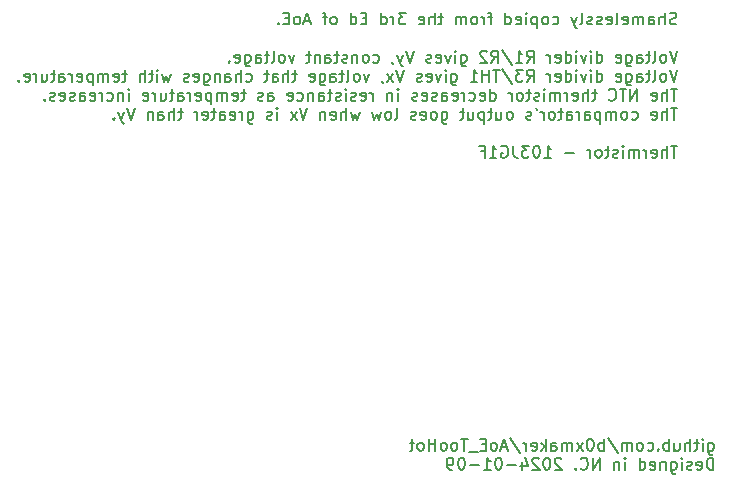
<source format=gbr>
%TF.GenerationSoftware,KiCad,Pcbnew,7.0.9-7.0.9~ubuntu22.04.1*%
%TF.CreationDate,2024-01-09T22:45:08-05:00*%
%TF.ProjectId,AoE_Too_Hot,416f455f-546f-46f5-9f48-6f742e6b6963,rev?*%
%TF.SameCoordinates,Original*%
%TF.FileFunction,Legend,Bot*%
%TF.FilePolarity,Positive*%
%FSLAX46Y46*%
G04 Gerber Fmt 4.6, Leading zero omitted, Abs format (unit mm)*
G04 Created by KiCad (PCBNEW 7.0.9-7.0.9~ubuntu22.04.1) date 2024-01-09 22:45:08*
%MOMM*%
%LPD*%
G01*
G04 APERTURE LIST*
%ADD10C,0.150000*%
G04 APERTURE END LIST*
D10*
X145379839Y-62212200D02*
X145236982Y-62259819D01*
X145236982Y-62259819D02*
X144998887Y-62259819D01*
X144998887Y-62259819D02*
X144903649Y-62212200D01*
X144903649Y-62212200D02*
X144856030Y-62164580D01*
X144856030Y-62164580D02*
X144808411Y-62069342D01*
X144808411Y-62069342D02*
X144808411Y-61974104D01*
X144808411Y-61974104D02*
X144856030Y-61878866D01*
X144856030Y-61878866D02*
X144903649Y-61831247D01*
X144903649Y-61831247D02*
X144998887Y-61783628D01*
X144998887Y-61783628D02*
X145189363Y-61736009D01*
X145189363Y-61736009D02*
X145284601Y-61688390D01*
X145284601Y-61688390D02*
X145332220Y-61640771D01*
X145332220Y-61640771D02*
X145379839Y-61545533D01*
X145379839Y-61545533D02*
X145379839Y-61450295D01*
X145379839Y-61450295D02*
X145332220Y-61355057D01*
X145332220Y-61355057D02*
X145284601Y-61307438D01*
X145284601Y-61307438D02*
X145189363Y-61259819D01*
X145189363Y-61259819D02*
X144951268Y-61259819D01*
X144951268Y-61259819D02*
X144808411Y-61307438D01*
X144379839Y-62259819D02*
X144379839Y-61259819D01*
X143951268Y-62259819D02*
X143951268Y-61736009D01*
X143951268Y-61736009D02*
X143998887Y-61640771D01*
X143998887Y-61640771D02*
X144094125Y-61593152D01*
X144094125Y-61593152D02*
X144236982Y-61593152D01*
X144236982Y-61593152D02*
X144332220Y-61640771D01*
X144332220Y-61640771D02*
X144379839Y-61688390D01*
X143046506Y-62259819D02*
X143046506Y-61736009D01*
X143046506Y-61736009D02*
X143094125Y-61640771D01*
X143094125Y-61640771D02*
X143189363Y-61593152D01*
X143189363Y-61593152D02*
X143379839Y-61593152D01*
X143379839Y-61593152D02*
X143475077Y-61640771D01*
X143046506Y-62212200D02*
X143141744Y-62259819D01*
X143141744Y-62259819D02*
X143379839Y-62259819D01*
X143379839Y-62259819D02*
X143475077Y-62212200D01*
X143475077Y-62212200D02*
X143522696Y-62116961D01*
X143522696Y-62116961D02*
X143522696Y-62021723D01*
X143522696Y-62021723D02*
X143475077Y-61926485D01*
X143475077Y-61926485D02*
X143379839Y-61878866D01*
X143379839Y-61878866D02*
X143141744Y-61878866D01*
X143141744Y-61878866D02*
X143046506Y-61831247D01*
X142570315Y-62259819D02*
X142570315Y-61593152D01*
X142570315Y-61688390D02*
X142522696Y-61640771D01*
X142522696Y-61640771D02*
X142427458Y-61593152D01*
X142427458Y-61593152D02*
X142284601Y-61593152D01*
X142284601Y-61593152D02*
X142189363Y-61640771D01*
X142189363Y-61640771D02*
X142141744Y-61736009D01*
X142141744Y-61736009D02*
X142141744Y-62259819D01*
X142141744Y-61736009D02*
X142094125Y-61640771D01*
X142094125Y-61640771D02*
X141998887Y-61593152D01*
X141998887Y-61593152D02*
X141856030Y-61593152D01*
X141856030Y-61593152D02*
X141760791Y-61640771D01*
X141760791Y-61640771D02*
X141713172Y-61736009D01*
X141713172Y-61736009D02*
X141713172Y-62259819D01*
X140856030Y-62212200D02*
X140951268Y-62259819D01*
X140951268Y-62259819D02*
X141141744Y-62259819D01*
X141141744Y-62259819D02*
X141236982Y-62212200D01*
X141236982Y-62212200D02*
X141284601Y-62116961D01*
X141284601Y-62116961D02*
X141284601Y-61736009D01*
X141284601Y-61736009D02*
X141236982Y-61640771D01*
X141236982Y-61640771D02*
X141141744Y-61593152D01*
X141141744Y-61593152D02*
X140951268Y-61593152D01*
X140951268Y-61593152D02*
X140856030Y-61640771D01*
X140856030Y-61640771D02*
X140808411Y-61736009D01*
X140808411Y-61736009D02*
X140808411Y-61831247D01*
X140808411Y-61831247D02*
X141284601Y-61926485D01*
X140236982Y-62259819D02*
X140332220Y-62212200D01*
X140332220Y-62212200D02*
X140379839Y-62116961D01*
X140379839Y-62116961D02*
X140379839Y-61259819D01*
X139475077Y-62212200D02*
X139570315Y-62259819D01*
X139570315Y-62259819D02*
X139760791Y-62259819D01*
X139760791Y-62259819D02*
X139856029Y-62212200D01*
X139856029Y-62212200D02*
X139903648Y-62116961D01*
X139903648Y-62116961D02*
X139903648Y-61736009D01*
X139903648Y-61736009D02*
X139856029Y-61640771D01*
X139856029Y-61640771D02*
X139760791Y-61593152D01*
X139760791Y-61593152D02*
X139570315Y-61593152D01*
X139570315Y-61593152D02*
X139475077Y-61640771D01*
X139475077Y-61640771D02*
X139427458Y-61736009D01*
X139427458Y-61736009D02*
X139427458Y-61831247D01*
X139427458Y-61831247D02*
X139903648Y-61926485D01*
X139046505Y-62212200D02*
X138951267Y-62259819D01*
X138951267Y-62259819D02*
X138760791Y-62259819D01*
X138760791Y-62259819D02*
X138665553Y-62212200D01*
X138665553Y-62212200D02*
X138617934Y-62116961D01*
X138617934Y-62116961D02*
X138617934Y-62069342D01*
X138617934Y-62069342D02*
X138665553Y-61974104D01*
X138665553Y-61974104D02*
X138760791Y-61926485D01*
X138760791Y-61926485D02*
X138903648Y-61926485D01*
X138903648Y-61926485D02*
X138998886Y-61878866D01*
X138998886Y-61878866D02*
X139046505Y-61783628D01*
X139046505Y-61783628D02*
X139046505Y-61736009D01*
X139046505Y-61736009D02*
X138998886Y-61640771D01*
X138998886Y-61640771D02*
X138903648Y-61593152D01*
X138903648Y-61593152D02*
X138760791Y-61593152D01*
X138760791Y-61593152D02*
X138665553Y-61640771D01*
X138236981Y-62212200D02*
X138141743Y-62259819D01*
X138141743Y-62259819D02*
X137951267Y-62259819D01*
X137951267Y-62259819D02*
X137856029Y-62212200D01*
X137856029Y-62212200D02*
X137808410Y-62116961D01*
X137808410Y-62116961D02*
X137808410Y-62069342D01*
X137808410Y-62069342D02*
X137856029Y-61974104D01*
X137856029Y-61974104D02*
X137951267Y-61926485D01*
X137951267Y-61926485D02*
X138094124Y-61926485D01*
X138094124Y-61926485D02*
X138189362Y-61878866D01*
X138189362Y-61878866D02*
X138236981Y-61783628D01*
X138236981Y-61783628D02*
X138236981Y-61736009D01*
X138236981Y-61736009D02*
X138189362Y-61640771D01*
X138189362Y-61640771D02*
X138094124Y-61593152D01*
X138094124Y-61593152D02*
X137951267Y-61593152D01*
X137951267Y-61593152D02*
X137856029Y-61640771D01*
X137236981Y-62259819D02*
X137332219Y-62212200D01*
X137332219Y-62212200D02*
X137379838Y-62116961D01*
X137379838Y-62116961D02*
X137379838Y-61259819D01*
X136951266Y-61593152D02*
X136713171Y-62259819D01*
X136475076Y-61593152D02*
X136713171Y-62259819D01*
X136713171Y-62259819D02*
X136808409Y-62497914D01*
X136808409Y-62497914D02*
X136856028Y-62545533D01*
X136856028Y-62545533D02*
X136951266Y-62593152D01*
X134903647Y-62212200D02*
X134998885Y-62259819D01*
X134998885Y-62259819D02*
X135189361Y-62259819D01*
X135189361Y-62259819D02*
X135284599Y-62212200D01*
X135284599Y-62212200D02*
X135332218Y-62164580D01*
X135332218Y-62164580D02*
X135379837Y-62069342D01*
X135379837Y-62069342D02*
X135379837Y-61783628D01*
X135379837Y-61783628D02*
X135332218Y-61688390D01*
X135332218Y-61688390D02*
X135284599Y-61640771D01*
X135284599Y-61640771D02*
X135189361Y-61593152D01*
X135189361Y-61593152D02*
X134998885Y-61593152D01*
X134998885Y-61593152D02*
X134903647Y-61640771D01*
X134332218Y-62259819D02*
X134427456Y-62212200D01*
X134427456Y-62212200D02*
X134475075Y-62164580D01*
X134475075Y-62164580D02*
X134522694Y-62069342D01*
X134522694Y-62069342D02*
X134522694Y-61783628D01*
X134522694Y-61783628D02*
X134475075Y-61688390D01*
X134475075Y-61688390D02*
X134427456Y-61640771D01*
X134427456Y-61640771D02*
X134332218Y-61593152D01*
X134332218Y-61593152D02*
X134189361Y-61593152D01*
X134189361Y-61593152D02*
X134094123Y-61640771D01*
X134094123Y-61640771D02*
X134046504Y-61688390D01*
X134046504Y-61688390D02*
X133998885Y-61783628D01*
X133998885Y-61783628D02*
X133998885Y-62069342D01*
X133998885Y-62069342D02*
X134046504Y-62164580D01*
X134046504Y-62164580D02*
X134094123Y-62212200D01*
X134094123Y-62212200D02*
X134189361Y-62259819D01*
X134189361Y-62259819D02*
X134332218Y-62259819D01*
X133570313Y-61593152D02*
X133570313Y-62593152D01*
X133570313Y-61640771D02*
X133475075Y-61593152D01*
X133475075Y-61593152D02*
X133284599Y-61593152D01*
X133284599Y-61593152D02*
X133189361Y-61640771D01*
X133189361Y-61640771D02*
X133141742Y-61688390D01*
X133141742Y-61688390D02*
X133094123Y-61783628D01*
X133094123Y-61783628D02*
X133094123Y-62069342D01*
X133094123Y-62069342D02*
X133141742Y-62164580D01*
X133141742Y-62164580D02*
X133189361Y-62212200D01*
X133189361Y-62212200D02*
X133284599Y-62259819D01*
X133284599Y-62259819D02*
X133475075Y-62259819D01*
X133475075Y-62259819D02*
X133570313Y-62212200D01*
X132665551Y-62259819D02*
X132665551Y-61593152D01*
X132665551Y-61259819D02*
X132713170Y-61307438D01*
X132713170Y-61307438D02*
X132665551Y-61355057D01*
X132665551Y-61355057D02*
X132617932Y-61307438D01*
X132617932Y-61307438D02*
X132665551Y-61259819D01*
X132665551Y-61259819D02*
X132665551Y-61355057D01*
X131808409Y-62212200D02*
X131903647Y-62259819D01*
X131903647Y-62259819D02*
X132094123Y-62259819D01*
X132094123Y-62259819D02*
X132189361Y-62212200D01*
X132189361Y-62212200D02*
X132236980Y-62116961D01*
X132236980Y-62116961D02*
X132236980Y-61736009D01*
X132236980Y-61736009D02*
X132189361Y-61640771D01*
X132189361Y-61640771D02*
X132094123Y-61593152D01*
X132094123Y-61593152D02*
X131903647Y-61593152D01*
X131903647Y-61593152D02*
X131808409Y-61640771D01*
X131808409Y-61640771D02*
X131760790Y-61736009D01*
X131760790Y-61736009D02*
X131760790Y-61831247D01*
X131760790Y-61831247D02*
X132236980Y-61926485D01*
X130903647Y-62259819D02*
X130903647Y-61259819D01*
X130903647Y-62212200D02*
X130998885Y-62259819D01*
X130998885Y-62259819D02*
X131189361Y-62259819D01*
X131189361Y-62259819D02*
X131284599Y-62212200D01*
X131284599Y-62212200D02*
X131332218Y-62164580D01*
X131332218Y-62164580D02*
X131379837Y-62069342D01*
X131379837Y-62069342D02*
X131379837Y-61783628D01*
X131379837Y-61783628D02*
X131332218Y-61688390D01*
X131332218Y-61688390D02*
X131284599Y-61640771D01*
X131284599Y-61640771D02*
X131189361Y-61593152D01*
X131189361Y-61593152D02*
X130998885Y-61593152D01*
X130998885Y-61593152D02*
X130903647Y-61640771D01*
X129808408Y-61593152D02*
X129427456Y-61593152D01*
X129665551Y-62259819D02*
X129665551Y-61402676D01*
X129665551Y-61402676D02*
X129617932Y-61307438D01*
X129617932Y-61307438D02*
X129522694Y-61259819D01*
X129522694Y-61259819D02*
X129427456Y-61259819D01*
X129094122Y-62259819D02*
X129094122Y-61593152D01*
X129094122Y-61783628D02*
X129046503Y-61688390D01*
X129046503Y-61688390D02*
X128998884Y-61640771D01*
X128998884Y-61640771D02*
X128903646Y-61593152D01*
X128903646Y-61593152D02*
X128808408Y-61593152D01*
X128332217Y-62259819D02*
X128427455Y-62212200D01*
X128427455Y-62212200D02*
X128475074Y-62164580D01*
X128475074Y-62164580D02*
X128522693Y-62069342D01*
X128522693Y-62069342D02*
X128522693Y-61783628D01*
X128522693Y-61783628D02*
X128475074Y-61688390D01*
X128475074Y-61688390D02*
X128427455Y-61640771D01*
X128427455Y-61640771D02*
X128332217Y-61593152D01*
X128332217Y-61593152D02*
X128189360Y-61593152D01*
X128189360Y-61593152D02*
X128094122Y-61640771D01*
X128094122Y-61640771D02*
X128046503Y-61688390D01*
X128046503Y-61688390D02*
X127998884Y-61783628D01*
X127998884Y-61783628D02*
X127998884Y-62069342D01*
X127998884Y-62069342D02*
X128046503Y-62164580D01*
X128046503Y-62164580D02*
X128094122Y-62212200D01*
X128094122Y-62212200D02*
X128189360Y-62259819D01*
X128189360Y-62259819D02*
X128332217Y-62259819D01*
X127570312Y-62259819D02*
X127570312Y-61593152D01*
X127570312Y-61688390D02*
X127522693Y-61640771D01*
X127522693Y-61640771D02*
X127427455Y-61593152D01*
X127427455Y-61593152D02*
X127284598Y-61593152D01*
X127284598Y-61593152D02*
X127189360Y-61640771D01*
X127189360Y-61640771D02*
X127141741Y-61736009D01*
X127141741Y-61736009D02*
X127141741Y-62259819D01*
X127141741Y-61736009D02*
X127094122Y-61640771D01*
X127094122Y-61640771D02*
X126998884Y-61593152D01*
X126998884Y-61593152D02*
X126856027Y-61593152D01*
X126856027Y-61593152D02*
X126760788Y-61640771D01*
X126760788Y-61640771D02*
X126713169Y-61736009D01*
X126713169Y-61736009D02*
X126713169Y-62259819D01*
X125617931Y-61593152D02*
X125236979Y-61593152D01*
X125475074Y-61259819D02*
X125475074Y-62116961D01*
X125475074Y-62116961D02*
X125427455Y-62212200D01*
X125427455Y-62212200D02*
X125332217Y-62259819D01*
X125332217Y-62259819D02*
X125236979Y-62259819D01*
X124903645Y-62259819D02*
X124903645Y-61259819D01*
X124475074Y-62259819D02*
X124475074Y-61736009D01*
X124475074Y-61736009D02*
X124522693Y-61640771D01*
X124522693Y-61640771D02*
X124617931Y-61593152D01*
X124617931Y-61593152D02*
X124760788Y-61593152D01*
X124760788Y-61593152D02*
X124856026Y-61640771D01*
X124856026Y-61640771D02*
X124903645Y-61688390D01*
X123617931Y-62212200D02*
X123713169Y-62259819D01*
X123713169Y-62259819D02*
X123903645Y-62259819D01*
X123903645Y-62259819D02*
X123998883Y-62212200D01*
X123998883Y-62212200D02*
X124046502Y-62116961D01*
X124046502Y-62116961D02*
X124046502Y-61736009D01*
X124046502Y-61736009D02*
X123998883Y-61640771D01*
X123998883Y-61640771D02*
X123903645Y-61593152D01*
X123903645Y-61593152D02*
X123713169Y-61593152D01*
X123713169Y-61593152D02*
X123617931Y-61640771D01*
X123617931Y-61640771D02*
X123570312Y-61736009D01*
X123570312Y-61736009D02*
X123570312Y-61831247D01*
X123570312Y-61831247D02*
X124046502Y-61926485D01*
X122475073Y-61259819D02*
X121856026Y-61259819D01*
X121856026Y-61259819D02*
X122189359Y-61640771D01*
X122189359Y-61640771D02*
X122046502Y-61640771D01*
X122046502Y-61640771D02*
X121951264Y-61688390D01*
X121951264Y-61688390D02*
X121903645Y-61736009D01*
X121903645Y-61736009D02*
X121856026Y-61831247D01*
X121856026Y-61831247D02*
X121856026Y-62069342D01*
X121856026Y-62069342D02*
X121903645Y-62164580D01*
X121903645Y-62164580D02*
X121951264Y-62212200D01*
X121951264Y-62212200D02*
X122046502Y-62259819D01*
X122046502Y-62259819D02*
X122332216Y-62259819D01*
X122332216Y-62259819D02*
X122427454Y-62212200D01*
X122427454Y-62212200D02*
X122475073Y-62164580D01*
X121427454Y-62259819D02*
X121427454Y-61593152D01*
X121427454Y-61783628D02*
X121379835Y-61688390D01*
X121379835Y-61688390D02*
X121332216Y-61640771D01*
X121332216Y-61640771D02*
X121236978Y-61593152D01*
X121236978Y-61593152D02*
X121141740Y-61593152D01*
X120379835Y-62259819D02*
X120379835Y-61259819D01*
X120379835Y-62212200D02*
X120475073Y-62259819D01*
X120475073Y-62259819D02*
X120665549Y-62259819D01*
X120665549Y-62259819D02*
X120760787Y-62212200D01*
X120760787Y-62212200D02*
X120808406Y-62164580D01*
X120808406Y-62164580D02*
X120856025Y-62069342D01*
X120856025Y-62069342D02*
X120856025Y-61783628D01*
X120856025Y-61783628D02*
X120808406Y-61688390D01*
X120808406Y-61688390D02*
X120760787Y-61640771D01*
X120760787Y-61640771D02*
X120665549Y-61593152D01*
X120665549Y-61593152D02*
X120475073Y-61593152D01*
X120475073Y-61593152D02*
X120379835Y-61640771D01*
X119141739Y-61736009D02*
X118808406Y-61736009D01*
X118665549Y-62259819D02*
X119141739Y-62259819D01*
X119141739Y-62259819D02*
X119141739Y-61259819D01*
X119141739Y-61259819D02*
X118665549Y-61259819D01*
X117808406Y-62259819D02*
X117808406Y-61259819D01*
X117808406Y-62212200D02*
X117903644Y-62259819D01*
X117903644Y-62259819D02*
X118094120Y-62259819D01*
X118094120Y-62259819D02*
X118189358Y-62212200D01*
X118189358Y-62212200D02*
X118236977Y-62164580D01*
X118236977Y-62164580D02*
X118284596Y-62069342D01*
X118284596Y-62069342D02*
X118284596Y-61783628D01*
X118284596Y-61783628D02*
X118236977Y-61688390D01*
X118236977Y-61688390D02*
X118189358Y-61640771D01*
X118189358Y-61640771D02*
X118094120Y-61593152D01*
X118094120Y-61593152D02*
X117903644Y-61593152D01*
X117903644Y-61593152D02*
X117808406Y-61640771D01*
X116427453Y-62259819D02*
X116522691Y-62212200D01*
X116522691Y-62212200D02*
X116570310Y-62164580D01*
X116570310Y-62164580D02*
X116617929Y-62069342D01*
X116617929Y-62069342D02*
X116617929Y-61783628D01*
X116617929Y-61783628D02*
X116570310Y-61688390D01*
X116570310Y-61688390D02*
X116522691Y-61640771D01*
X116522691Y-61640771D02*
X116427453Y-61593152D01*
X116427453Y-61593152D02*
X116284596Y-61593152D01*
X116284596Y-61593152D02*
X116189358Y-61640771D01*
X116189358Y-61640771D02*
X116141739Y-61688390D01*
X116141739Y-61688390D02*
X116094120Y-61783628D01*
X116094120Y-61783628D02*
X116094120Y-62069342D01*
X116094120Y-62069342D02*
X116141739Y-62164580D01*
X116141739Y-62164580D02*
X116189358Y-62212200D01*
X116189358Y-62212200D02*
X116284596Y-62259819D01*
X116284596Y-62259819D02*
X116427453Y-62259819D01*
X115808405Y-61593152D02*
X115427453Y-61593152D01*
X115665548Y-62259819D02*
X115665548Y-61402676D01*
X115665548Y-61402676D02*
X115617929Y-61307438D01*
X115617929Y-61307438D02*
X115522691Y-61259819D01*
X115522691Y-61259819D02*
X115427453Y-61259819D01*
X114379833Y-61974104D02*
X113903643Y-61974104D01*
X114475071Y-62259819D02*
X114141738Y-61259819D01*
X114141738Y-61259819D02*
X113808405Y-62259819D01*
X113332214Y-62259819D02*
X113427452Y-62212200D01*
X113427452Y-62212200D02*
X113475071Y-62164580D01*
X113475071Y-62164580D02*
X113522690Y-62069342D01*
X113522690Y-62069342D02*
X113522690Y-61783628D01*
X113522690Y-61783628D02*
X113475071Y-61688390D01*
X113475071Y-61688390D02*
X113427452Y-61640771D01*
X113427452Y-61640771D02*
X113332214Y-61593152D01*
X113332214Y-61593152D02*
X113189357Y-61593152D01*
X113189357Y-61593152D02*
X113094119Y-61640771D01*
X113094119Y-61640771D02*
X113046500Y-61688390D01*
X113046500Y-61688390D02*
X112998881Y-61783628D01*
X112998881Y-61783628D02*
X112998881Y-62069342D01*
X112998881Y-62069342D02*
X113046500Y-62164580D01*
X113046500Y-62164580D02*
X113094119Y-62212200D01*
X113094119Y-62212200D02*
X113189357Y-62259819D01*
X113189357Y-62259819D02*
X113332214Y-62259819D01*
X112570309Y-61736009D02*
X112236976Y-61736009D01*
X112094119Y-62259819D02*
X112570309Y-62259819D01*
X112570309Y-62259819D02*
X112570309Y-61259819D01*
X112570309Y-61259819D02*
X112094119Y-61259819D01*
X111665547Y-62164580D02*
X111617928Y-62212200D01*
X111617928Y-62212200D02*
X111665547Y-62259819D01*
X111665547Y-62259819D02*
X111713166Y-62212200D01*
X111713166Y-62212200D02*
X111665547Y-62164580D01*
X111665547Y-62164580D02*
X111665547Y-62259819D01*
X145475077Y-64479819D02*
X145141744Y-65479819D01*
X145141744Y-65479819D02*
X144808411Y-64479819D01*
X144332220Y-65479819D02*
X144427458Y-65432200D01*
X144427458Y-65432200D02*
X144475077Y-65384580D01*
X144475077Y-65384580D02*
X144522696Y-65289342D01*
X144522696Y-65289342D02*
X144522696Y-65003628D01*
X144522696Y-65003628D02*
X144475077Y-64908390D01*
X144475077Y-64908390D02*
X144427458Y-64860771D01*
X144427458Y-64860771D02*
X144332220Y-64813152D01*
X144332220Y-64813152D02*
X144189363Y-64813152D01*
X144189363Y-64813152D02*
X144094125Y-64860771D01*
X144094125Y-64860771D02*
X144046506Y-64908390D01*
X144046506Y-64908390D02*
X143998887Y-65003628D01*
X143998887Y-65003628D02*
X143998887Y-65289342D01*
X143998887Y-65289342D02*
X144046506Y-65384580D01*
X144046506Y-65384580D02*
X144094125Y-65432200D01*
X144094125Y-65432200D02*
X144189363Y-65479819D01*
X144189363Y-65479819D02*
X144332220Y-65479819D01*
X143427458Y-65479819D02*
X143522696Y-65432200D01*
X143522696Y-65432200D02*
X143570315Y-65336961D01*
X143570315Y-65336961D02*
X143570315Y-64479819D01*
X143189362Y-64813152D02*
X142808410Y-64813152D01*
X143046505Y-64479819D02*
X143046505Y-65336961D01*
X143046505Y-65336961D02*
X142998886Y-65432200D01*
X142998886Y-65432200D02*
X142903648Y-65479819D01*
X142903648Y-65479819D02*
X142808410Y-65479819D01*
X142046505Y-65479819D02*
X142046505Y-64956009D01*
X142046505Y-64956009D02*
X142094124Y-64860771D01*
X142094124Y-64860771D02*
X142189362Y-64813152D01*
X142189362Y-64813152D02*
X142379838Y-64813152D01*
X142379838Y-64813152D02*
X142475076Y-64860771D01*
X142046505Y-65432200D02*
X142141743Y-65479819D01*
X142141743Y-65479819D02*
X142379838Y-65479819D01*
X142379838Y-65479819D02*
X142475076Y-65432200D01*
X142475076Y-65432200D02*
X142522695Y-65336961D01*
X142522695Y-65336961D02*
X142522695Y-65241723D01*
X142522695Y-65241723D02*
X142475076Y-65146485D01*
X142475076Y-65146485D02*
X142379838Y-65098866D01*
X142379838Y-65098866D02*
X142141743Y-65098866D01*
X142141743Y-65098866D02*
X142046505Y-65051247D01*
X141141743Y-64813152D02*
X141141743Y-65622676D01*
X141141743Y-65622676D02*
X141189362Y-65717914D01*
X141189362Y-65717914D02*
X141236981Y-65765533D01*
X141236981Y-65765533D02*
X141332219Y-65813152D01*
X141332219Y-65813152D02*
X141475076Y-65813152D01*
X141475076Y-65813152D02*
X141570314Y-65765533D01*
X141141743Y-65432200D02*
X141236981Y-65479819D01*
X141236981Y-65479819D02*
X141427457Y-65479819D01*
X141427457Y-65479819D02*
X141522695Y-65432200D01*
X141522695Y-65432200D02*
X141570314Y-65384580D01*
X141570314Y-65384580D02*
X141617933Y-65289342D01*
X141617933Y-65289342D02*
X141617933Y-65003628D01*
X141617933Y-65003628D02*
X141570314Y-64908390D01*
X141570314Y-64908390D02*
X141522695Y-64860771D01*
X141522695Y-64860771D02*
X141427457Y-64813152D01*
X141427457Y-64813152D02*
X141236981Y-64813152D01*
X141236981Y-64813152D02*
X141141743Y-64860771D01*
X140284600Y-65432200D02*
X140379838Y-65479819D01*
X140379838Y-65479819D02*
X140570314Y-65479819D01*
X140570314Y-65479819D02*
X140665552Y-65432200D01*
X140665552Y-65432200D02*
X140713171Y-65336961D01*
X140713171Y-65336961D02*
X140713171Y-64956009D01*
X140713171Y-64956009D02*
X140665552Y-64860771D01*
X140665552Y-64860771D02*
X140570314Y-64813152D01*
X140570314Y-64813152D02*
X140379838Y-64813152D01*
X140379838Y-64813152D02*
X140284600Y-64860771D01*
X140284600Y-64860771D02*
X140236981Y-64956009D01*
X140236981Y-64956009D02*
X140236981Y-65051247D01*
X140236981Y-65051247D02*
X140713171Y-65146485D01*
X138617933Y-65479819D02*
X138617933Y-64479819D01*
X138617933Y-65432200D02*
X138713171Y-65479819D01*
X138713171Y-65479819D02*
X138903647Y-65479819D01*
X138903647Y-65479819D02*
X138998885Y-65432200D01*
X138998885Y-65432200D02*
X139046504Y-65384580D01*
X139046504Y-65384580D02*
X139094123Y-65289342D01*
X139094123Y-65289342D02*
X139094123Y-65003628D01*
X139094123Y-65003628D02*
X139046504Y-64908390D01*
X139046504Y-64908390D02*
X138998885Y-64860771D01*
X138998885Y-64860771D02*
X138903647Y-64813152D01*
X138903647Y-64813152D02*
X138713171Y-64813152D01*
X138713171Y-64813152D02*
X138617933Y-64860771D01*
X138141742Y-65479819D02*
X138141742Y-64813152D01*
X138141742Y-64479819D02*
X138189361Y-64527438D01*
X138189361Y-64527438D02*
X138141742Y-64575057D01*
X138141742Y-64575057D02*
X138094123Y-64527438D01*
X138094123Y-64527438D02*
X138141742Y-64479819D01*
X138141742Y-64479819D02*
X138141742Y-64575057D01*
X137760790Y-64813152D02*
X137522695Y-65479819D01*
X137522695Y-65479819D02*
X137284600Y-64813152D01*
X136903647Y-65479819D02*
X136903647Y-64813152D01*
X136903647Y-64479819D02*
X136951266Y-64527438D01*
X136951266Y-64527438D02*
X136903647Y-64575057D01*
X136903647Y-64575057D02*
X136856028Y-64527438D01*
X136856028Y-64527438D02*
X136903647Y-64479819D01*
X136903647Y-64479819D02*
X136903647Y-64575057D01*
X135998886Y-65479819D02*
X135998886Y-64479819D01*
X135998886Y-65432200D02*
X136094124Y-65479819D01*
X136094124Y-65479819D02*
X136284600Y-65479819D01*
X136284600Y-65479819D02*
X136379838Y-65432200D01*
X136379838Y-65432200D02*
X136427457Y-65384580D01*
X136427457Y-65384580D02*
X136475076Y-65289342D01*
X136475076Y-65289342D02*
X136475076Y-65003628D01*
X136475076Y-65003628D02*
X136427457Y-64908390D01*
X136427457Y-64908390D02*
X136379838Y-64860771D01*
X136379838Y-64860771D02*
X136284600Y-64813152D01*
X136284600Y-64813152D02*
X136094124Y-64813152D01*
X136094124Y-64813152D02*
X135998886Y-64860771D01*
X135141743Y-65432200D02*
X135236981Y-65479819D01*
X135236981Y-65479819D02*
X135427457Y-65479819D01*
X135427457Y-65479819D02*
X135522695Y-65432200D01*
X135522695Y-65432200D02*
X135570314Y-65336961D01*
X135570314Y-65336961D02*
X135570314Y-64956009D01*
X135570314Y-64956009D02*
X135522695Y-64860771D01*
X135522695Y-64860771D02*
X135427457Y-64813152D01*
X135427457Y-64813152D02*
X135236981Y-64813152D01*
X135236981Y-64813152D02*
X135141743Y-64860771D01*
X135141743Y-64860771D02*
X135094124Y-64956009D01*
X135094124Y-64956009D02*
X135094124Y-65051247D01*
X135094124Y-65051247D02*
X135570314Y-65146485D01*
X134665552Y-65479819D02*
X134665552Y-64813152D01*
X134665552Y-65003628D02*
X134617933Y-64908390D01*
X134617933Y-64908390D02*
X134570314Y-64860771D01*
X134570314Y-64860771D02*
X134475076Y-64813152D01*
X134475076Y-64813152D02*
X134379838Y-64813152D01*
X132713171Y-65479819D02*
X133046504Y-65003628D01*
X133284599Y-65479819D02*
X133284599Y-64479819D01*
X133284599Y-64479819D02*
X132903647Y-64479819D01*
X132903647Y-64479819D02*
X132808409Y-64527438D01*
X132808409Y-64527438D02*
X132760790Y-64575057D01*
X132760790Y-64575057D02*
X132713171Y-64670295D01*
X132713171Y-64670295D02*
X132713171Y-64813152D01*
X132713171Y-64813152D02*
X132760790Y-64908390D01*
X132760790Y-64908390D02*
X132808409Y-64956009D01*
X132808409Y-64956009D02*
X132903647Y-65003628D01*
X132903647Y-65003628D02*
X133284599Y-65003628D01*
X131760790Y-65479819D02*
X132332218Y-65479819D01*
X132046504Y-65479819D02*
X132046504Y-64479819D01*
X132046504Y-64479819D02*
X132141742Y-64622676D01*
X132141742Y-64622676D02*
X132236980Y-64717914D01*
X132236980Y-64717914D02*
X132332218Y-64765533D01*
X130617933Y-64432200D02*
X131475075Y-65717914D01*
X129713171Y-65479819D02*
X130046504Y-65003628D01*
X130284599Y-65479819D02*
X130284599Y-64479819D01*
X130284599Y-64479819D02*
X129903647Y-64479819D01*
X129903647Y-64479819D02*
X129808409Y-64527438D01*
X129808409Y-64527438D02*
X129760790Y-64575057D01*
X129760790Y-64575057D02*
X129713171Y-64670295D01*
X129713171Y-64670295D02*
X129713171Y-64813152D01*
X129713171Y-64813152D02*
X129760790Y-64908390D01*
X129760790Y-64908390D02*
X129808409Y-64956009D01*
X129808409Y-64956009D02*
X129903647Y-65003628D01*
X129903647Y-65003628D02*
X130284599Y-65003628D01*
X129332218Y-64575057D02*
X129284599Y-64527438D01*
X129284599Y-64527438D02*
X129189361Y-64479819D01*
X129189361Y-64479819D02*
X128951266Y-64479819D01*
X128951266Y-64479819D02*
X128856028Y-64527438D01*
X128856028Y-64527438D02*
X128808409Y-64575057D01*
X128808409Y-64575057D02*
X128760790Y-64670295D01*
X128760790Y-64670295D02*
X128760790Y-64765533D01*
X128760790Y-64765533D02*
X128808409Y-64908390D01*
X128808409Y-64908390D02*
X129379837Y-65479819D01*
X129379837Y-65479819D02*
X128760790Y-65479819D01*
X127141742Y-64813152D02*
X127141742Y-65622676D01*
X127141742Y-65622676D02*
X127189361Y-65717914D01*
X127189361Y-65717914D02*
X127236980Y-65765533D01*
X127236980Y-65765533D02*
X127332218Y-65813152D01*
X127332218Y-65813152D02*
X127475075Y-65813152D01*
X127475075Y-65813152D02*
X127570313Y-65765533D01*
X127141742Y-65432200D02*
X127236980Y-65479819D01*
X127236980Y-65479819D02*
X127427456Y-65479819D01*
X127427456Y-65479819D02*
X127522694Y-65432200D01*
X127522694Y-65432200D02*
X127570313Y-65384580D01*
X127570313Y-65384580D02*
X127617932Y-65289342D01*
X127617932Y-65289342D02*
X127617932Y-65003628D01*
X127617932Y-65003628D02*
X127570313Y-64908390D01*
X127570313Y-64908390D02*
X127522694Y-64860771D01*
X127522694Y-64860771D02*
X127427456Y-64813152D01*
X127427456Y-64813152D02*
X127236980Y-64813152D01*
X127236980Y-64813152D02*
X127141742Y-64860771D01*
X126665551Y-65479819D02*
X126665551Y-64813152D01*
X126665551Y-64479819D02*
X126713170Y-64527438D01*
X126713170Y-64527438D02*
X126665551Y-64575057D01*
X126665551Y-64575057D02*
X126617932Y-64527438D01*
X126617932Y-64527438D02*
X126665551Y-64479819D01*
X126665551Y-64479819D02*
X126665551Y-64575057D01*
X126284599Y-64813152D02*
X126046504Y-65479819D01*
X126046504Y-65479819D02*
X125808409Y-64813152D01*
X125046504Y-65432200D02*
X125141742Y-65479819D01*
X125141742Y-65479819D02*
X125332218Y-65479819D01*
X125332218Y-65479819D02*
X125427456Y-65432200D01*
X125427456Y-65432200D02*
X125475075Y-65336961D01*
X125475075Y-65336961D02*
X125475075Y-64956009D01*
X125475075Y-64956009D02*
X125427456Y-64860771D01*
X125427456Y-64860771D02*
X125332218Y-64813152D01*
X125332218Y-64813152D02*
X125141742Y-64813152D01*
X125141742Y-64813152D02*
X125046504Y-64860771D01*
X125046504Y-64860771D02*
X124998885Y-64956009D01*
X124998885Y-64956009D02*
X124998885Y-65051247D01*
X124998885Y-65051247D02*
X125475075Y-65146485D01*
X124617932Y-65432200D02*
X124522694Y-65479819D01*
X124522694Y-65479819D02*
X124332218Y-65479819D01*
X124332218Y-65479819D02*
X124236980Y-65432200D01*
X124236980Y-65432200D02*
X124189361Y-65336961D01*
X124189361Y-65336961D02*
X124189361Y-65289342D01*
X124189361Y-65289342D02*
X124236980Y-65194104D01*
X124236980Y-65194104D02*
X124332218Y-65146485D01*
X124332218Y-65146485D02*
X124475075Y-65146485D01*
X124475075Y-65146485D02*
X124570313Y-65098866D01*
X124570313Y-65098866D02*
X124617932Y-65003628D01*
X124617932Y-65003628D02*
X124617932Y-64956009D01*
X124617932Y-64956009D02*
X124570313Y-64860771D01*
X124570313Y-64860771D02*
X124475075Y-64813152D01*
X124475075Y-64813152D02*
X124332218Y-64813152D01*
X124332218Y-64813152D02*
X124236980Y-64860771D01*
X123141741Y-64479819D02*
X122808408Y-65479819D01*
X122808408Y-65479819D02*
X122475075Y-64479819D01*
X122236979Y-64813152D02*
X121998884Y-65479819D01*
X121760789Y-64813152D02*
X121998884Y-65479819D01*
X121998884Y-65479819D02*
X122094122Y-65717914D01*
X122094122Y-65717914D02*
X122141741Y-65765533D01*
X122141741Y-65765533D02*
X122236979Y-65813152D01*
X121332217Y-65432200D02*
X121332217Y-65479819D01*
X121332217Y-65479819D02*
X121379836Y-65575057D01*
X121379836Y-65575057D02*
X121427455Y-65622676D01*
X119713170Y-65432200D02*
X119808408Y-65479819D01*
X119808408Y-65479819D02*
X119998884Y-65479819D01*
X119998884Y-65479819D02*
X120094122Y-65432200D01*
X120094122Y-65432200D02*
X120141741Y-65384580D01*
X120141741Y-65384580D02*
X120189360Y-65289342D01*
X120189360Y-65289342D02*
X120189360Y-65003628D01*
X120189360Y-65003628D02*
X120141741Y-64908390D01*
X120141741Y-64908390D02*
X120094122Y-64860771D01*
X120094122Y-64860771D02*
X119998884Y-64813152D01*
X119998884Y-64813152D02*
X119808408Y-64813152D01*
X119808408Y-64813152D02*
X119713170Y-64860771D01*
X119141741Y-65479819D02*
X119236979Y-65432200D01*
X119236979Y-65432200D02*
X119284598Y-65384580D01*
X119284598Y-65384580D02*
X119332217Y-65289342D01*
X119332217Y-65289342D02*
X119332217Y-65003628D01*
X119332217Y-65003628D02*
X119284598Y-64908390D01*
X119284598Y-64908390D02*
X119236979Y-64860771D01*
X119236979Y-64860771D02*
X119141741Y-64813152D01*
X119141741Y-64813152D02*
X118998884Y-64813152D01*
X118998884Y-64813152D02*
X118903646Y-64860771D01*
X118903646Y-64860771D02*
X118856027Y-64908390D01*
X118856027Y-64908390D02*
X118808408Y-65003628D01*
X118808408Y-65003628D02*
X118808408Y-65289342D01*
X118808408Y-65289342D02*
X118856027Y-65384580D01*
X118856027Y-65384580D02*
X118903646Y-65432200D01*
X118903646Y-65432200D02*
X118998884Y-65479819D01*
X118998884Y-65479819D02*
X119141741Y-65479819D01*
X118379836Y-64813152D02*
X118379836Y-65479819D01*
X118379836Y-64908390D02*
X118332217Y-64860771D01*
X118332217Y-64860771D02*
X118236979Y-64813152D01*
X118236979Y-64813152D02*
X118094122Y-64813152D01*
X118094122Y-64813152D02*
X117998884Y-64860771D01*
X117998884Y-64860771D02*
X117951265Y-64956009D01*
X117951265Y-64956009D02*
X117951265Y-65479819D01*
X117522693Y-65432200D02*
X117427455Y-65479819D01*
X117427455Y-65479819D02*
X117236979Y-65479819D01*
X117236979Y-65479819D02*
X117141741Y-65432200D01*
X117141741Y-65432200D02*
X117094122Y-65336961D01*
X117094122Y-65336961D02*
X117094122Y-65289342D01*
X117094122Y-65289342D02*
X117141741Y-65194104D01*
X117141741Y-65194104D02*
X117236979Y-65146485D01*
X117236979Y-65146485D02*
X117379836Y-65146485D01*
X117379836Y-65146485D02*
X117475074Y-65098866D01*
X117475074Y-65098866D02*
X117522693Y-65003628D01*
X117522693Y-65003628D02*
X117522693Y-64956009D01*
X117522693Y-64956009D02*
X117475074Y-64860771D01*
X117475074Y-64860771D02*
X117379836Y-64813152D01*
X117379836Y-64813152D02*
X117236979Y-64813152D01*
X117236979Y-64813152D02*
X117141741Y-64860771D01*
X116808407Y-64813152D02*
X116427455Y-64813152D01*
X116665550Y-64479819D02*
X116665550Y-65336961D01*
X116665550Y-65336961D02*
X116617931Y-65432200D01*
X116617931Y-65432200D02*
X116522693Y-65479819D01*
X116522693Y-65479819D02*
X116427455Y-65479819D01*
X115665550Y-65479819D02*
X115665550Y-64956009D01*
X115665550Y-64956009D02*
X115713169Y-64860771D01*
X115713169Y-64860771D02*
X115808407Y-64813152D01*
X115808407Y-64813152D02*
X115998883Y-64813152D01*
X115998883Y-64813152D02*
X116094121Y-64860771D01*
X115665550Y-65432200D02*
X115760788Y-65479819D01*
X115760788Y-65479819D02*
X115998883Y-65479819D01*
X115998883Y-65479819D02*
X116094121Y-65432200D01*
X116094121Y-65432200D02*
X116141740Y-65336961D01*
X116141740Y-65336961D02*
X116141740Y-65241723D01*
X116141740Y-65241723D02*
X116094121Y-65146485D01*
X116094121Y-65146485D02*
X115998883Y-65098866D01*
X115998883Y-65098866D02*
X115760788Y-65098866D01*
X115760788Y-65098866D02*
X115665550Y-65051247D01*
X115189359Y-64813152D02*
X115189359Y-65479819D01*
X115189359Y-64908390D02*
X115141740Y-64860771D01*
X115141740Y-64860771D02*
X115046502Y-64813152D01*
X115046502Y-64813152D02*
X114903645Y-64813152D01*
X114903645Y-64813152D02*
X114808407Y-64860771D01*
X114808407Y-64860771D02*
X114760788Y-64956009D01*
X114760788Y-64956009D02*
X114760788Y-65479819D01*
X114427454Y-64813152D02*
X114046502Y-64813152D01*
X114284597Y-64479819D02*
X114284597Y-65336961D01*
X114284597Y-65336961D02*
X114236978Y-65432200D01*
X114236978Y-65432200D02*
X114141740Y-65479819D01*
X114141740Y-65479819D02*
X114046502Y-65479819D01*
X113046501Y-64813152D02*
X112808406Y-65479819D01*
X112808406Y-65479819D02*
X112570311Y-64813152D01*
X112046501Y-65479819D02*
X112141739Y-65432200D01*
X112141739Y-65432200D02*
X112189358Y-65384580D01*
X112189358Y-65384580D02*
X112236977Y-65289342D01*
X112236977Y-65289342D02*
X112236977Y-65003628D01*
X112236977Y-65003628D02*
X112189358Y-64908390D01*
X112189358Y-64908390D02*
X112141739Y-64860771D01*
X112141739Y-64860771D02*
X112046501Y-64813152D01*
X112046501Y-64813152D02*
X111903644Y-64813152D01*
X111903644Y-64813152D02*
X111808406Y-64860771D01*
X111808406Y-64860771D02*
X111760787Y-64908390D01*
X111760787Y-64908390D02*
X111713168Y-65003628D01*
X111713168Y-65003628D02*
X111713168Y-65289342D01*
X111713168Y-65289342D02*
X111760787Y-65384580D01*
X111760787Y-65384580D02*
X111808406Y-65432200D01*
X111808406Y-65432200D02*
X111903644Y-65479819D01*
X111903644Y-65479819D02*
X112046501Y-65479819D01*
X111141739Y-65479819D02*
X111236977Y-65432200D01*
X111236977Y-65432200D02*
X111284596Y-65336961D01*
X111284596Y-65336961D02*
X111284596Y-64479819D01*
X110903643Y-64813152D02*
X110522691Y-64813152D01*
X110760786Y-64479819D02*
X110760786Y-65336961D01*
X110760786Y-65336961D02*
X110713167Y-65432200D01*
X110713167Y-65432200D02*
X110617929Y-65479819D01*
X110617929Y-65479819D02*
X110522691Y-65479819D01*
X109760786Y-65479819D02*
X109760786Y-64956009D01*
X109760786Y-64956009D02*
X109808405Y-64860771D01*
X109808405Y-64860771D02*
X109903643Y-64813152D01*
X109903643Y-64813152D02*
X110094119Y-64813152D01*
X110094119Y-64813152D02*
X110189357Y-64860771D01*
X109760786Y-65432200D02*
X109856024Y-65479819D01*
X109856024Y-65479819D02*
X110094119Y-65479819D01*
X110094119Y-65479819D02*
X110189357Y-65432200D01*
X110189357Y-65432200D02*
X110236976Y-65336961D01*
X110236976Y-65336961D02*
X110236976Y-65241723D01*
X110236976Y-65241723D02*
X110189357Y-65146485D01*
X110189357Y-65146485D02*
X110094119Y-65098866D01*
X110094119Y-65098866D02*
X109856024Y-65098866D01*
X109856024Y-65098866D02*
X109760786Y-65051247D01*
X108856024Y-64813152D02*
X108856024Y-65622676D01*
X108856024Y-65622676D02*
X108903643Y-65717914D01*
X108903643Y-65717914D02*
X108951262Y-65765533D01*
X108951262Y-65765533D02*
X109046500Y-65813152D01*
X109046500Y-65813152D02*
X109189357Y-65813152D01*
X109189357Y-65813152D02*
X109284595Y-65765533D01*
X108856024Y-65432200D02*
X108951262Y-65479819D01*
X108951262Y-65479819D02*
X109141738Y-65479819D01*
X109141738Y-65479819D02*
X109236976Y-65432200D01*
X109236976Y-65432200D02*
X109284595Y-65384580D01*
X109284595Y-65384580D02*
X109332214Y-65289342D01*
X109332214Y-65289342D02*
X109332214Y-65003628D01*
X109332214Y-65003628D02*
X109284595Y-64908390D01*
X109284595Y-64908390D02*
X109236976Y-64860771D01*
X109236976Y-64860771D02*
X109141738Y-64813152D01*
X109141738Y-64813152D02*
X108951262Y-64813152D01*
X108951262Y-64813152D02*
X108856024Y-64860771D01*
X107998881Y-65432200D02*
X108094119Y-65479819D01*
X108094119Y-65479819D02*
X108284595Y-65479819D01*
X108284595Y-65479819D02*
X108379833Y-65432200D01*
X108379833Y-65432200D02*
X108427452Y-65336961D01*
X108427452Y-65336961D02*
X108427452Y-64956009D01*
X108427452Y-64956009D02*
X108379833Y-64860771D01*
X108379833Y-64860771D02*
X108284595Y-64813152D01*
X108284595Y-64813152D02*
X108094119Y-64813152D01*
X108094119Y-64813152D02*
X107998881Y-64860771D01*
X107998881Y-64860771D02*
X107951262Y-64956009D01*
X107951262Y-64956009D02*
X107951262Y-65051247D01*
X107951262Y-65051247D02*
X108427452Y-65146485D01*
X107522690Y-65384580D02*
X107475071Y-65432200D01*
X107475071Y-65432200D02*
X107522690Y-65479819D01*
X107522690Y-65479819D02*
X107570309Y-65432200D01*
X107570309Y-65432200D02*
X107522690Y-65384580D01*
X107522690Y-65384580D02*
X107522690Y-65479819D01*
X145475077Y-66089819D02*
X145141744Y-67089819D01*
X145141744Y-67089819D02*
X144808411Y-66089819D01*
X144332220Y-67089819D02*
X144427458Y-67042200D01*
X144427458Y-67042200D02*
X144475077Y-66994580D01*
X144475077Y-66994580D02*
X144522696Y-66899342D01*
X144522696Y-66899342D02*
X144522696Y-66613628D01*
X144522696Y-66613628D02*
X144475077Y-66518390D01*
X144475077Y-66518390D02*
X144427458Y-66470771D01*
X144427458Y-66470771D02*
X144332220Y-66423152D01*
X144332220Y-66423152D02*
X144189363Y-66423152D01*
X144189363Y-66423152D02*
X144094125Y-66470771D01*
X144094125Y-66470771D02*
X144046506Y-66518390D01*
X144046506Y-66518390D02*
X143998887Y-66613628D01*
X143998887Y-66613628D02*
X143998887Y-66899342D01*
X143998887Y-66899342D02*
X144046506Y-66994580D01*
X144046506Y-66994580D02*
X144094125Y-67042200D01*
X144094125Y-67042200D02*
X144189363Y-67089819D01*
X144189363Y-67089819D02*
X144332220Y-67089819D01*
X143427458Y-67089819D02*
X143522696Y-67042200D01*
X143522696Y-67042200D02*
X143570315Y-66946961D01*
X143570315Y-66946961D02*
X143570315Y-66089819D01*
X143189362Y-66423152D02*
X142808410Y-66423152D01*
X143046505Y-66089819D02*
X143046505Y-66946961D01*
X143046505Y-66946961D02*
X142998886Y-67042200D01*
X142998886Y-67042200D02*
X142903648Y-67089819D01*
X142903648Y-67089819D02*
X142808410Y-67089819D01*
X142046505Y-67089819D02*
X142046505Y-66566009D01*
X142046505Y-66566009D02*
X142094124Y-66470771D01*
X142094124Y-66470771D02*
X142189362Y-66423152D01*
X142189362Y-66423152D02*
X142379838Y-66423152D01*
X142379838Y-66423152D02*
X142475076Y-66470771D01*
X142046505Y-67042200D02*
X142141743Y-67089819D01*
X142141743Y-67089819D02*
X142379838Y-67089819D01*
X142379838Y-67089819D02*
X142475076Y-67042200D01*
X142475076Y-67042200D02*
X142522695Y-66946961D01*
X142522695Y-66946961D02*
X142522695Y-66851723D01*
X142522695Y-66851723D02*
X142475076Y-66756485D01*
X142475076Y-66756485D02*
X142379838Y-66708866D01*
X142379838Y-66708866D02*
X142141743Y-66708866D01*
X142141743Y-66708866D02*
X142046505Y-66661247D01*
X141141743Y-66423152D02*
X141141743Y-67232676D01*
X141141743Y-67232676D02*
X141189362Y-67327914D01*
X141189362Y-67327914D02*
X141236981Y-67375533D01*
X141236981Y-67375533D02*
X141332219Y-67423152D01*
X141332219Y-67423152D02*
X141475076Y-67423152D01*
X141475076Y-67423152D02*
X141570314Y-67375533D01*
X141141743Y-67042200D02*
X141236981Y-67089819D01*
X141236981Y-67089819D02*
X141427457Y-67089819D01*
X141427457Y-67089819D02*
X141522695Y-67042200D01*
X141522695Y-67042200D02*
X141570314Y-66994580D01*
X141570314Y-66994580D02*
X141617933Y-66899342D01*
X141617933Y-66899342D02*
X141617933Y-66613628D01*
X141617933Y-66613628D02*
X141570314Y-66518390D01*
X141570314Y-66518390D02*
X141522695Y-66470771D01*
X141522695Y-66470771D02*
X141427457Y-66423152D01*
X141427457Y-66423152D02*
X141236981Y-66423152D01*
X141236981Y-66423152D02*
X141141743Y-66470771D01*
X140284600Y-67042200D02*
X140379838Y-67089819D01*
X140379838Y-67089819D02*
X140570314Y-67089819D01*
X140570314Y-67089819D02*
X140665552Y-67042200D01*
X140665552Y-67042200D02*
X140713171Y-66946961D01*
X140713171Y-66946961D02*
X140713171Y-66566009D01*
X140713171Y-66566009D02*
X140665552Y-66470771D01*
X140665552Y-66470771D02*
X140570314Y-66423152D01*
X140570314Y-66423152D02*
X140379838Y-66423152D01*
X140379838Y-66423152D02*
X140284600Y-66470771D01*
X140284600Y-66470771D02*
X140236981Y-66566009D01*
X140236981Y-66566009D02*
X140236981Y-66661247D01*
X140236981Y-66661247D02*
X140713171Y-66756485D01*
X138617933Y-67089819D02*
X138617933Y-66089819D01*
X138617933Y-67042200D02*
X138713171Y-67089819D01*
X138713171Y-67089819D02*
X138903647Y-67089819D01*
X138903647Y-67089819D02*
X138998885Y-67042200D01*
X138998885Y-67042200D02*
X139046504Y-66994580D01*
X139046504Y-66994580D02*
X139094123Y-66899342D01*
X139094123Y-66899342D02*
X139094123Y-66613628D01*
X139094123Y-66613628D02*
X139046504Y-66518390D01*
X139046504Y-66518390D02*
X138998885Y-66470771D01*
X138998885Y-66470771D02*
X138903647Y-66423152D01*
X138903647Y-66423152D02*
X138713171Y-66423152D01*
X138713171Y-66423152D02*
X138617933Y-66470771D01*
X138141742Y-67089819D02*
X138141742Y-66423152D01*
X138141742Y-66089819D02*
X138189361Y-66137438D01*
X138189361Y-66137438D02*
X138141742Y-66185057D01*
X138141742Y-66185057D02*
X138094123Y-66137438D01*
X138094123Y-66137438D02*
X138141742Y-66089819D01*
X138141742Y-66089819D02*
X138141742Y-66185057D01*
X137760790Y-66423152D02*
X137522695Y-67089819D01*
X137522695Y-67089819D02*
X137284600Y-66423152D01*
X136903647Y-67089819D02*
X136903647Y-66423152D01*
X136903647Y-66089819D02*
X136951266Y-66137438D01*
X136951266Y-66137438D02*
X136903647Y-66185057D01*
X136903647Y-66185057D02*
X136856028Y-66137438D01*
X136856028Y-66137438D02*
X136903647Y-66089819D01*
X136903647Y-66089819D02*
X136903647Y-66185057D01*
X135998886Y-67089819D02*
X135998886Y-66089819D01*
X135998886Y-67042200D02*
X136094124Y-67089819D01*
X136094124Y-67089819D02*
X136284600Y-67089819D01*
X136284600Y-67089819D02*
X136379838Y-67042200D01*
X136379838Y-67042200D02*
X136427457Y-66994580D01*
X136427457Y-66994580D02*
X136475076Y-66899342D01*
X136475076Y-66899342D02*
X136475076Y-66613628D01*
X136475076Y-66613628D02*
X136427457Y-66518390D01*
X136427457Y-66518390D02*
X136379838Y-66470771D01*
X136379838Y-66470771D02*
X136284600Y-66423152D01*
X136284600Y-66423152D02*
X136094124Y-66423152D01*
X136094124Y-66423152D02*
X135998886Y-66470771D01*
X135141743Y-67042200D02*
X135236981Y-67089819D01*
X135236981Y-67089819D02*
X135427457Y-67089819D01*
X135427457Y-67089819D02*
X135522695Y-67042200D01*
X135522695Y-67042200D02*
X135570314Y-66946961D01*
X135570314Y-66946961D02*
X135570314Y-66566009D01*
X135570314Y-66566009D02*
X135522695Y-66470771D01*
X135522695Y-66470771D02*
X135427457Y-66423152D01*
X135427457Y-66423152D02*
X135236981Y-66423152D01*
X135236981Y-66423152D02*
X135141743Y-66470771D01*
X135141743Y-66470771D02*
X135094124Y-66566009D01*
X135094124Y-66566009D02*
X135094124Y-66661247D01*
X135094124Y-66661247D02*
X135570314Y-66756485D01*
X134665552Y-67089819D02*
X134665552Y-66423152D01*
X134665552Y-66613628D02*
X134617933Y-66518390D01*
X134617933Y-66518390D02*
X134570314Y-66470771D01*
X134570314Y-66470771D02*
X134475076Y-66423152D01*
X134475076Y-66423152D02*
X134379838Y-66423152D01*
X132713171Y-67089819D02*
X133046504Y-66613628D01*
X133284599Y-67089819D02*
X133284599Y-66089819D01*
X133284599Y-66089819D02*
X132903647Y-66089819D01*
X132903647Y-66089819D02*
X132808409Y-66137438D01*
X132808409Y-66137438D02*
X132760790Y-66185057D01*
X132760790Y-66185057D02*
X132713171Y-66280295D01*
X132713171Y-66280295D02*
X132713171Y-66423152D01*
X132713171Y-66423152D02*
X132760790Y-66518390D01*
X132760790Y-66518390D02*
X132808409Y-66566009D01*
X132808409Y-66566009D02*
X132903647Y-66613628D01*
X132903647Y-66613628D02*
X133284599Y-66613628D01*
X132379837Y-66089819D02*
X131760790Y-66089819D01*
X131760790Y-66089819D02*
X132094123Y-66470771D01*
X132094123Y-66470771D02*
X131951266Y-66470771D01*
X131951266Y-66470771D02*
X131856028Y-66518390D01*
X131856028Y-66518390D02*
X131808409Y-66566009D01*
X131808409Y-66566009D02*
X131760790Y-66661247D01*
X131760790Y-66661247D02*
X131760790Y-66899342D01*
X131760790Y-66899342D02*
X131808409Y-66994580D01*
X131808409Y-66994580D02*
X131856028Y-67042200D01*
X131856028Y-67042200D02*
X131951266Y-67089819D01*
X131951266Y-67089819D02*
X132236980Y-67089819D01*
X132236980Y-67089819D02*
X132332218Y-67042200D01*
X132332218Y-67042200D02*
X132379837Y-66994580D01*
X130617933Y-66042200D02*
X131475075Y-67327914D01*
X130427456Y-66089819D02*
X129856028Y-66089819D01*
X130141742Y-67089819D02*
X130141742Y-66089819D01*
X129522694Y-67089819D02*
X129522694Y-66089819D01*
X129522694Y-66566009D02*
X128951266Y-66566009D01*
X128951266Y-67089819D02*
X128951266Y-66089819D01*
X127951266Y-67089819D02*
X128522694Y-67089819D01*
X128236980Y-67089819D02*
X128236980Y-66089819D01*
X128236980Y-66089819D02*
X128332218Y-66232676D01*
X128332218Y-66232676D02*
X128427456Y-66327914D01*
X128427456Y-66327914D02*
X128522694Y-66375533D01*
X126332218Y-66423152D02*
X126332218Y-67232676D01*
X126332218Y-67232676D02*
X126379837Y-67327914D01*
X126379837Y-67327914D02*
X126427456Y-67375533D01*
X126427456Y-67375533D02*
X126522694Y-67423152D01*
X126522694Y-67423152D02*
X126665551Y-67423152D01*
X126665551Y-67423152D02*
X126760789Y-67375533D01*
X126332218Y-67042200D02*
X126427456Y-67089819D01*
X126427456Y-67089819D02*
X126617932Y-67089819D01*
X126617932Y-67089819D02*
X126713170Y-67042200D01*
X126713170Y-67042200D02*
X126760789Y-66994580D01*
X126760789Y-66994580D02*
X126808408Y-66899342D01*
X126808408Y-66899342D02*
X126808408Y-66613628D01*
X126808408Y-66613628D02*
X126760789Y-66518390D01*
X126760789Y-66518390D02*
X126713170Y-66470771D01*
X126713170Y-66470771D02*
X126617932Y-66423152D01*
X126617932Y-66423152D02*
X126427456Y-66423152D01*
X126427456Y-66423152D02*
X126332218Y-66470771D01*
X125856027Y-67089819D02*
X125856027Y-66423152D01*
X125856027Y-66089819D02*
X125903646Y-66137438D01*
X125903646Y-66137438D02*
X125856027Y-66185057D01*
X125856027Y-66185057D02*
X125808408Y-66137438D01*
X125808408Y-66137438D02*
X125856027Y-66089819D01*
X125856027Y-66089819D02*
X125856027Y-66185057D01*
X125475075Y-66423152D02*
X125236980Y-67089819D01*
X125236980Y-67089819D02*
X124998885Y-66423152D01*
X124236980Y-67042200D02*
X124332218Y-67089819D01*
X124332218Y-67089819D02*
X124522694Y-67089819D01*
X124522694Y-67089819D02*
X124617932Y-67042200D01*
X124617932Y-67042200D02*
X124665551Y-66946961D01*
X124665551Y-66946961D02*
X124665551Y-66566009D01*
X124665551Y-66566009D02*
X124617932Y-66470771D01*
X124617932Y-66470771D02*
X124522694Y-66423152D01*
X124522694Y-66423152D02*
X124332218Y-66423152D01*
X124332218Y-66423152D02*
X124236980Y-66470771D01*
X124236980Y-66470771D02*
X124189361Y-66566009D01*
X124189361Y-66566009D02*
X124189361Y-66661247D01*
X124189361Y-66661247D02*
X124665551Y-66756485D01*
X123808408Y-67042200D02*
X123713170Y-67089819D01*
X123713170Y-67089819D02*
X123522694Y-67089819D01*
X123522694Y-67089819D02*
X123427456Y-67042200D01*
X123427456Y-67042200D02*
X123379837Y-66946961D01*
X123379837Y-66946961D02*
X123379837Y-66899342D01*
X123379837Y-66899342D02*
X123427456Y-66804104D01*
X123427456Y-66804104D02*
X123522694Y-66756485D01*
X123522694Y-66756485D02*
X123665551Y-66756485D01*
X123665551Y-66756485D02*
X123760789Y-66708866D01*
X123760789Y-66708866D02*
X123808408Y-66613628D01*
X123808408Y-66613628D02*
X123808408Y-66566009D01*
X123808408Y-66566009D02*
X123760789Y-66470771D01*
X123760789Y-66470771D02*
X123665551Y-66423152D01*
X123665551Y-66423152D02*
X123522694Y-66423152D01*
X123522694Y-66423152D02*
X123427456Y-66470771D01*
X122332217Y-66089819D02*
X121998884Y-67089819D01*
X121998884Y-67089819D02*
X121665551Y-66089819D01*
X121427455Y-67089819D02*
X120903646Y-66423152D01*
X121427455Y-66423152D02*
X120903646Y-67089819D01*
X120475074Y-67042200D02*
X120475074Y-67089819D01*
X120475074Y-67089819D02*
X120522693Y-67185057D01*
X120522693Y-67185057D02*
X120570312Y-67232676D01*
X119379836Y-66423152D02*
X119141741Y-67089819D01*
X119141741Y-67089819D02*
X118903646Y-66423152D01*
X118379836Y-67089819D02*
X118475074Y-67042200D01*
X118475074Y-67042200D02*
X118522693Y-66994580D01*
X118522693Y-66994580D02*
X118570312Y-66899342D01*
X118570312Y-66899342D02*
X118570312Y-66613628D01*
X118570312Y-66613628D02*
X118522693Y-66518390D01*
X118522693Y-66518390D02*
X118475074Y-66470771D01*
X118475074Y-66470771D02*
X118379836Y-66423152D01*
X118379836Y-66423152D02*
X118236979Y-66423152D01*
X118236979Y-66423152D02*
X118141741Y-66470771D01*
X118141741Y-66470771D02*
X118094122Y-66518390D01*
X118094122Y-66518390D02*
X118046503Y-66613628D01*
X118046503Y-66613628D02*
X118046503Y-66899342D01*
X118046503Y-66899342D02*
X118094122Y-66994580D01*
X118094122Y-66994580D02*
X118141741Y-67042200D01*
X118141741Y-67042200D02*
X118236979Y-67089819D01*
X118236979Y-67089819D02*
X118379836Y-67089819D01*
X117475074Y-67089819D02*
X117570312Y-67042200D01*
X117570312Y-67042200D02*
X117617931Y-66946961D01*
X117617931Y-66946961D02*
X117617931Y-66089819D01*
X117236978Y-66423152D02*
X116856026Y-66423152D01*
X117094121Y-66089819D02*
X117094121Y-66946961D01*
X117094121Y-66946961D02*
X117046502Y-67042200D01*
X117046502Y-67042200D02*
X116951264Y-67089819D01*
X116951264Y-67089819D02*
X116856026Y-67089819D01*
X116094121Y-67089819D02*
X116094121Y-66566009D01*
X116094121Y-66566009D02*
X116141740Y-66470771D01*
X116141740Y-66470771D02*
X116236978Y-66423152D01*
X116236978Y-66423152D02*
X116427454Y-66423152D01*
X116427454Y-66423152D02*
X116522692Y-66470771D01*
X116094121Y-67042200D02*
X116189359Y-67089819D01*
X116189359Y-67089819D02*
X116427454Y-67089819D01*
X116427454Y-67089819D02*
X116522692Y-67042200D01*
X116522692Y-67042200D02*
X116570311Y-66946961D01*
X116570311Y-66946961D02*
X116570311Y-66851723D01*
X116570311Y-66851723D02*
X116522692Y-66756485D01*
X116522692Y-66756485D02*
X116427454Y-66708866D01*
X116427454Y-66708866D02*
X116189359Y-66708866D01*
X116189359Y-66708866D02*
X116094121Y-66661247D01*
X115189359Y-66423152D02*
X115189359Y-67232676D01*
X115189359Y-67232676D02*
X115236978Y-67327914D01*
X115236978Y-67327914D02*
X115284597Y-67375533D01*
X115284597Y-67375533D02*
X115379835Y-67423152D01*
X115379835Y-67423152D02*
X115522692Y-67423152D01*
X115522692Y-67423152D02*
X115617930Y-67375533D01*
X115189359Y-67042200D02*
X115284597Y-67089819D01*
X115284597Y-67089819D02*
X115475073Y-67089819D01*
X115475073Y-67089819D02*
X115570311Y-67042200D01*
X115570311Y-67042200D02*
X115617930Y-66994580D01*
X115617930Y-66994580D02*
X115665549Y-66899342D01*
X115665549Y-66899342D02*
X115665549Y-66613628D01*
X115665549Y-66613628D02*
X115617930Y-66518390D01*
X115617930Y-66518390D02*
X115570311Y-66470771D01*
X115570311Y-66470771D02*
X115475073Y-66423152D01*
X115475073Y-66423152D02*
X115284597Y-66423152D01*
X115284597Y-66423152D02*
X115189359Y-66470771D01*
X114332216Y-67042200D02*
X114427454Y-67089819D01*
X114427454Y-67089819D02*
X114617930Y-67089819D01*
X114617930Y-67089819D02*
X114713168Y-67042200D01*
X114713168Y-67042200D02*
X114760787Y-66946961D01*
X114760787Y-66946961D02*
X114760787Y-66566009D01*
X114760787Y-66566009D02*
X114713168Y-66470771D01*
X114713168Y-66470771D02*
X114617930Y-66423152D01*
X114617930Y-66423152D02*
X114427454Y-66423152D01*
X114427454Y-66423152D02*
X114332216Y-66470771D01*
X114332216Y-66470771D02*
X114284597Y-66566009D01*
X114284597Y-66566009D02*
X114284597Y-66661247D01*
X114284597Y-66661247D02*
X114760787Y-66756485D01*
X113236977Y-66423152D02*
X112856025Y-66423152D01*
X113094120Y-66089819D02*
X113094120Y-66946961D01*
X113094120Y-66946961D02*
X113046501Y-67042200D01*
X113046501Y-67042200D02*
X112951263Y-67089819D01*
X112951263Y-67089819D02*
X112856025Y-67089819D01*
X112522691Y-67089819D02*
X112522691Y-66089819D01*
X112094120Y-67089819D02*
X112094120Y-66566009D01*
X112094120Y-66566009D02*
X112141739Y-66470771D01*
X112141739Y-66470771D02*
X112236977Y-66423152D01*
X112236977Y-66423152D02*
X112379834Y-66423152D01*
X112379834Y-66423152D02*
X112475072Y-66470771D01*
X112475072Y-66470771D02*
X112522691Y-66518390D01*
X111189358Y-67089819D02*
X111189358Y-66566009D01*
X111189358Y-66566009D02*
X111236977Y-66470771D01*
X111236977Y-66470771D02*
X111332215Y-66423152D01*
X111332215Y-66423152D02*
X111522691Y-66423152D01*
X111522691Y-66423152D02*
X111617929Y-66470771D01*
X111189358Y-67042200D02*
X111284596Y-67089819D01*
X111284596Y-67089819D02*
X111522691Y-67089819D01*
X111522691Y-67089819D02*
X111617929Y-67042200D01*
X111617929Y-67042200D02*
X111665548Y-66946961D01*
X111665548Y-66946961D02*
X111665548Y-66851723D01*
X111665548Y-66851723D02*
X111617929Y-66756485D01*
X111617929Y-66756485D02*
X111522691Y-66708866D01*
X111522691Y-66708866D02*
X111284596Y-66708866D01*
X111284596Y-66708866D02*
X111189358Y-66661247D01*
X110856024Y-66423152D02*
X110475072Y-66423152D01*
X110713167Y-66089819D02*
X110713167Y-66946961D01*
X110713167Y-66946961D02*
X110665548Y-67042200D01*
X110665548Y-67042200D02*
X110570310Y-67089819D01*
X110570310Y-67089819D02*
X110475072Y-67089819D01*
X108951262Y-67042200D02*
X109046500Y-67089819D01*
X109046500Y-67089819D02*
X109236976Y-67089819D01*
X109236976Y-67089819D02*
X109332214Y-67042200D01*
X109332214Y-67042200D02*
X109379833Y-66994580D01*
X109379833Y-66994580D02*
X109427452Y-66899342D01*
X109427452Y-66899342D02*
X109427452Y-66613628D01*
X109427452Y-66613628D02*
X109379833Y-66518390D01*
X109379833Y-66518390D02*
X109332214Y-66470771D01*
X109332214Y-66470771D02*
X109236976Y-66423152D01*
X109236976Y-66423152D02*
X109046500Y-66423152D01*
X109046500Y-66423152D02*
X108951262Y-66470771D01*
X108522690Y-67089819D02*
X108522690Y-66089819D01*
X108094119Y-67089819D02*
X108094119Y-66566009D01*
X108094119Y-66566009D02*
X108141738Y-66470771D01*
X108141738Y-66470771D02*
X108236976Y-66423152D01*
X108236976Y-66423152D02*
X108379833Y-66423152D01*
X108379833Y-66423152D02*
X108475071Y-66470771D01*
X108475071Y-66470771D02*
X108522690Y-66518390D01*
X107189357Y-67089819D02*
X107189357Y-66566009D01*
X107189357Y-66566009D02*
X107236976Y-66470771D01*
X107236976Y-66470771D02*
X107332214Y-66423152D01*
X107332214Y-66423152D02*
X107522690Y-66423152D01*
X107522690Y-66423152D02*
X107617928Y-66470771D01*
X107189357Y-67042200D02*
X107284595Y-67089819D01*
X107284595Y-67089819D02*
X107522690Y-67089819D01*
X107522690Y-67089819D02*
X107617928Y-67042200D01*
X107617928Y-67042200D02*
X107665547Y-66946961D01*
X107665547Y-66946961D02*
X107665547Y-66851723D01*
X107665547Y-66851723D02*
X107617928Y-66756485D01*
X107617928Y-66756485D02*
X107522690Y-66708866D01*
X107522690Y-66708866D02*
X107284595Y-66708866D01*
X107284595Y-66708866D02*
X107189357Y-66661247D01*
X106713166Y-66423152D02*
X106713166Y-67089819D01*
X106713166Y-66518390D02*
X106665547Y-66470771D01*
X106665547Y-66470771D02*
X106570309Y-66423152D01*
X106570309Y-66423152D02*
X106427452Y-66423152D01*
X106427452Y-66423152D02*
X106332214Y-66470771D01*
X106332214Y-66470771D02*
X106284595Y-66566009D01*
X106284595Y-66566009D02*
X106284595Y-67089819D01*
X105379833Y-66423152D02*
X105379833Y-67232676D01*
X105379833Y-67232676D02*
X105427452Y-67327914D01*
X105427452Y-67327914D02*
X105475071Y-67375533D01*
X105475071Y-67375533D02*
X105570309Y-67423152D01*
X105570309Y-67423152D02*
X105713166Y-67423152D01*
X105713166Y-67423152D02*
X105808404Y-67375533D01*
X105379833Y-67042200D02*
X105475071Y-67089819D01*
X105475071Y-67089819D02*
X105665547Y-67089819D01*
X105665547Y-67089819D02*
X105760785Y-67042200D01*
X105760785Y-67042200D02*
X105808404Y-66994580D01*
X105808404Y-66994580D02*
X105856023Y-66899342D01*
X105856023Y-66899342D02*
X105856023Y-66613628D01*
X105856023Y-66613628D02*
X105808404Y-66518390D01*
X105808404Y-66518390D02*
X105760785Y-66470771D01*
X105760785Y-66470771D02*
X105665547Y-66423152D01*
X105665547Y-66423152D02*
X105475071Y-66423152D01*
X105475071Y-66423152D02*
X105379833Y-66470771D01*
X104522690Y-67042200D02*
X104617928Y-67089819D01*
X104617928Y-67089819D02*
X104808404Y-67089819D01*
X104808404Y-67089819D02*
X104903642Y-67042200D01*
X104903642Y-67042200D02*
X104951261Y-66946961D01*
X104951261Y-66946961D02*
X104951261Y-66566009D01*
X104951261Y-66566009D02*
X104903642Y-66470771D01*
X104903642Y-66470771D02*
X104808404Y-66423152D01*
X104808404Y-66423152D02*
X104617928Y-66423152D01*
X104617928Y-66423152D02*
X104522690Y-66470771D01*
X104522690Y-66470771D02*
X104475071Y-66566009D01*
X104475071Y-66566009D02*
X104475071Y-66661247D01*
X104475071Y-66661247D02*
X104951261Y-66756485D01*
X104094118Y-67042200D02*
X103998880Y-67089819D01*
X103998880Y-67089819D02*
X103808404Y-67089819D01*
X103808404Y-67089819D02*
X103713166Y-67042200D01*
X103713166Y-67042200D02*
X103665547Y-66946961D01*
X103665547Y-66946961D02*
X103665547Y-66899342D01*
X103665547Y-66899342D02*
X103713166Y-66804104D01*
X103713166Y-66804104D02*
X103808404Y-66756485D01*
X103808404Y-66756485D02*
X103951261Y-66756485D01*
X103951261Y-66756485D02*
X104046499Y-66708866D01*
X104046499Y-66708866D02*
X104094118Y-66613628D01*
X104094118Y-66613628D02*
X104094118Y-66566009D01*
X104094118Y-66566009D02*
X104046499Y-66470771D01*
X104046499Y-66470771D02*
X103951261Y-66423152D01*
X103951261Y-66423152D02*
X103808404Y-66423152D01*
X103808404Y-66423152D02*
X103713166Y-66470771D01*
X102570308Y-66423152D02*
X102379832Y-67089819D01*
X102379832Y-67089819D02*
X102189356Y-66613628D01*
X102189356Y-66613628D02*
X101998880Y-67089819D01*
X101998880Y-67089819D02*
X101808404Y-66423152D01*
X101427451Y-67089819D02*
X101427451Y-66423152D01*
X101427451Y-66089819D02*
X101475070Y-66137438D01*
X101475070Y-66137438D02*
X101427451Y-66185057D01*
X101427451Y-66185057D02*
X101379832Y-66137438D01*
X101379832Y-66137438D02*
X101427451Y-66089819D01*
X101427451Y-66089819D02*
X101427451Y-66185057D01*
X101094118Y-66423152D02*
X100713166Y-66423152D01*
X100951261Y-66089819D02*
X100951261Y-66946961D01*
X100951261Y-66946961D02*
X100903642Y-67042200D01*
X100903642Y-67042200D02*
X100808404Y-67089819D01*
X100808404Y-67089819D02*
X100713166Y-67089819D01*
X100379832Y-67089819D02*
X100379832Y-66089819D01*
X99951261Y-67089819D02*
X99951261Y-66566009D01*
X99951261Y-66566009D02*
X99998880Y-66470771D01*
X99998880Y-66470771D02*
X100094118Y-66423152D01*
X100094118Y-66423152D02*
X100236975Y-66423152D01*
X100236975Y-66423152D02*
X100332213Y-66470771D01*
X100332213Y-66470771D02*
X100379832Y-66518390D01*
X98856022Y-66423152D02*
X98475070Y-66423152D01*
X98713165Y-66089819D02*
X98713165Y-66946961D01*
X98713165Y-66946961D02*
X98665546Y-67042200D01*
X98665546Y-67042200D02*
X98570308Y-67089819D01*
X98570308Y-67089819D02*
X98475070Y-67089819D01*
X97760784Y-67042200D02*
X97856022Y-67089819D01*
X97856022Y-67089819D02*
X98046498Y-67089819D01*
X98046498Y-67089819D02*
X98141736Y-67042200D01*
X98141736Y-67042200D02*
X98189355Y-66946961D01*
X98189355Y-66946961D02*
X98189355Y-66566009D01*
X98189355Y-66566009D02*
X98141736Y-66470771D01*
X98141736Y-66470771D02*
X98046498Y-66423152D01*
X98046498Y-66423152D02*
X97856022Y-66423152D01*
X97856022Y-66423152D02*
X97760784Y-66470771D01*
X97760784Y-66470771D02*
X97713165Y-66566009D01*
X97713165Y-66566009D02*
X97713165Y-66661247D01*
X97713165Y-66661247D02*
X98189355Y-66756485D01*
X97284593Y-67089819D02*
X97284593Y-66423152D01*
X97284593Y-66518390D02*
X97236974Y-66470771D01*
X97236974Y-66470771D02*
X97141736Y-66423152D01*
X97141736Y-66423152D02*
X96998879Y-66423152D01*
X96998879Y-66423152D02*
X96903641Y-66470771D01*
X96903641Y-66470771D02*
X96856022Y-66566009D01*
X96856022Y-66566009D02*
X96856022Y-67089819D01*
X96856022Y-66566009D02*
X96808403Y-66470771D01*
X96808403Y-66470771D02*
X96713165Y-66423152D01*
X96713165Y-66423152D02*
X96570308Y-66423152D01*
X96570308Y-66423152D02*
X96475069Y-66470771D01*
X96475069Y-66470771D02*
X96427450Y-66566009D01*
X96427450Y-66566009D02*
X96427450Y-67089819D01*
X95951260Y-66423152D02*
X95951260Y-67423152D01*
X95951260Y-66470771D02*
X95856022Y-66423152D01*
X95856022Y-66423152D02*
X95665546Y-66423152D01*
X95665546Y-66423152D02*
X95570308Y-66470771D01*
X95570308Y-66470771D02*
X95522689Y-66518390D01*
X95522689Y-66518390D02*
X95475070Y-66613628D01*
X95475070Y-66613628D02*
X95475070Y-66899342D01*
X95475070Y-66899342D02*
X95522689Y-66994580D01*
X95522689Y-66994580D02*
X95570308Y-67042200D01*
X95570308Y-67042200D02*
X95665546Y-67089819D01*
X95665546Y-67089819D02*
X95856022Y-67089819D01*
X95856022Y-67089819D02*
X95951260Y-67042200D01*
X94665546Y-67042200D02*
X94760784Y-67089819D01*
X94760784Y-67089819D02*
X94951260Y-67089819D01*
X94951260Y-67089819D02*
X95046498Y-67042200D01*
X95046498Y-67042200D02*
X95094117Y-66946961D01*
X95094117Y-66946961D02*
X95094117Y-66566009D01*
X95094117Y-66566009D02*
X95046498Y-66470771D01*
X95046498Y-66470771D02*
X94951260Y-66423152D01*
X94951260Y-66423152D02*
X94760784Y-66423152D01*
X94760784Y-66423152D02*
X94665546Y-66470771D01*
X94665546Y-66470771D02*
X94617927Y-66566009D01*
X94617927Y-66566009D02*
X94617927Y-66661247D01*
X94617927Y-66661247D02*
X95094117Y-66756485D01*
X94189355Y-67089819D02*
X94189355Y-66423152D01*
X94189355Y-66613628D02*
X94141736Y-66518390D01*
X94141736Y-66518390D02*
X94094117Y-66470771D01*
X94094117Y-66470771D02*
X93998879Y-66423152D01*
X93998879Y-66423152D02*
X93903641Y-66423152D01*
X93141736Y-67089819D02*
X93141736Y-66566009D01*
X93141736Y-66566009D02*
X93189355Y-66470771D01*
X93189355Y-66470771D02*
X93284593Y-66423152D01*
X93284593Y-66423152D02*
X93475069Y-66423152D01*
X93475069Y-66423152D02*
X93570307Y-66470771D01*
X93141736Y-67042200D02*
X93236974Y-67089819D01*
X93236974Y-67089819D02*
X93475069Y-67089819D01*
X93475069Y-67089819D02*
X93570307Y-67042200D01*
X93570307Y-67042200D02*
X93617926Y-66946961D01*
X93617926Y-66946961D02*
X93617926Y-66851723D01*
X93617926Y-66851723D02*
X93570307Y-66756485D01*
X93570307Y-66756485D02*
X93475069Y-66708866D01*
X93475069Y-66708866D02*
X93236974Y-66708866D01*
X93236974Y-66708866D02*
X93141736Y-66661247D01*
X92808402Y-66423152D02*
X92427450Y-66423152D01*
X92665545Y-66089819D02*
X92665545Y-66946961D01*
X92665545Y-66946961D02*
X92617926Y-67042200D01*
X92617926Y-67042200D02*
X92522688Y-67089819D01*
X92522688Y-67089819D02*
X92427450Y-67089819D01*
X91665545Y-66423152D02*
X91665545Y-67089819D01*
X92094116Y-66423152D02*
X92094116Y-66946961D01*
X92094116Y-66946961D02*
X92046497Y-67042200D01*
X92046497Y-67042200D02*
X91951259Y-67089819D01*
X91951259Y-67089819D02*
X91808402Y-67089819D01*
X91808402Y-67089819D02*
X91713164Y-67042200D01*
X91713164Y-67042200D02*
X91665545Y-66994580D01*
X91189354Y-67089819D02*
X91189354Y-66423152D01*
X91189354Y-66613628D02*
X91141735Y-66518390D01*
X91141735Y-66518390D02*
X91094116Y-66470771D01*
X91094116Y-66470771D02*
X90998878Y-66423152D01*
X90998878Y-66423152D02*
X90903640Y-66423152D01*
X90189354Y-67042200D02*
X90284592Y-67089819D01*
X90284592Y-67089819D02*
X90475068Y-67089819D01*
X90475068Y-67089819D02*
X90570306Y-67042200D01*
X90570306Y-67042200D02*
X90617925Y-66946961D01*
X90617925Y-66946961D02*
X90617925Y-66566009D01*
X90617925Y-66566009D02*
X90570306Y-66470771D01*
X90570306Y-66470771D02*
X90475068Y-66423152D01*
X90475068Y-66423152D02*
X90284592Y-66423152D01*
X90284592Y-66423152D02*
X90189354Y-66470771D01*
X90189354Y-66470771D02*
X90141735Y-66566009D01*
X90141735Y-66566009D02*
X90141735Y-66661247D01*
X90141735Y-66661247D02*
X90617925Y-66756485D01*
X89713163Y-66994580D02*
X89665544Y-67042200D01*
X89665544Y-67042200D02*
X89713163Y-67089819D01*
X89713163Y-67089819D02*
X89760782Y-67042200D01*
X89760782Y-67042200D02*
X89713163Y-66994580D01*
X89713163Y-66994580D02*
X89713163Y-67089819D01*
X145475077Y-67699819D02*
X144903649Y-67699819D01*
X145189363Y-68699819D02*
X145189363Y-67699819D01*
X144570315Y-68699819D02*
X144570315Y-67699819D01*
X144141744Y-68699819D02*
X144141744Y-68176009D01*
X144141744Y-68176009D02*
X144189363Y-68080771D01*
X144189363Y-68080771D02*
X144284601Y-68033152D01*
X144284601Y-68033152D02*
X144427458Y-68033152D01*
X144427458Y-68033152D02*
X144522696Y-68080771D01*
X144522696Y-68080771D02*
X144570315Y-68128390D01*
X143284601Y-68652200D02*
X143379839Y-68699819D01*
X143379839Y-68699819D02*
X143570315Y-68699819D01*
X143570315Y-68699819D02*
X143665553Y-68652200D01*
X143665553Y-68652200D02*
X143713172Y-68556961D01*
X143713172Y-68556961D02*
X143713172Y-68176009D01*
X143713172Y-68176009D02*
X143665553Y-68080771D01*
X143665553Y-68080771D02*
X143570315Y-68033152D01*
X143570315Y-68033152D02*
X143379839Y-68033152D01*
X143379839Y-68033152D02*
X143284601Y-68080771D01*
X143284601Y-68080771D02*
X143236982Y-68176009D01*
X143236982Y-68176009D02*
X143236982Y-68271247D01*
X143236982Y-68271247D02*
X143713172Y-68366485D01*
X142046505Y-68699819D02*
X142046505Y-67699819D01*
X142046505Y-67699819D02*
X141475077Y-68699819D01*
X141475077Y-68699819D02*
X141475077Y-67699819D01*
X141141743Y-67699819D02*
X140570315Y-67699819D01*
X140856029Y-68699819D02*
X140856029Y-67699819D01*
X139665553Y-68604580D02*
X139713172Y-68652200D01*
X139713172Y-68652200D02*
X139856029Y-68699819D01*
X139856029Y-68699819D02*
X139951267Y-68699819D01*
X139951267Y-68699819D02*
X140094124Y-68652200D01*
X140094124Y-68652200D02*
X140189362Y-68556961D01*
X140189362Y-68556961D02*
X140236981Y-68461723D01*
X140236981Y-68461723D02*
X140284600Y-68271247D01*
X140284600Y-68271247D02*
X140284600Y-68128390D01*
X140284600Y-68128390D02*
X140236981Y-67937914D01*
X140236981Y-67937914D02*
X140189362Y-67842676D01*
X140189362Y-67842676D02*
X140094124Y-67747438D01*
X140094124Y-67747438D02*
X139951267Y-67699819D01*
X139951267Y-67699819D02*
X139856029Y-67699819D01*
X139856029Y-67699819D02*
X139713172Y-67747438D01*
X139713172Y-67747438D02*
X139665553Y-67795057D01*
X138617933Y-68033152D02*
X138236981Y-68033152D01*
X138475076Y-67699819D02*
X138475076Y-68556961D01*
X138475076Y-68556961D02*
X138427457Y-68652200D01*
X138427457Y-68652200D02*
X138332219Y-68699819D01*
X138332219Y-68699819D02*
X138236981Y-68699819D01*
X137903647Y-68699819D02*
X137903647Y-67699819D01*
X137475076Y-68699819D02*
X137475076Y-68176009D01*
X137475076Y-68176009D02*
X137522695Y-68080771D01*
X137522695Y-68080771D02*
X137617933Y-68033152D01*
X137617933Y-68033152D02*
X137760790Y-68033152D01*
X137760790Y-68033152D02*
X137856028Y-68080771D01*
X137856028Y-68080771D02*
X137903647Y-68128390D01*
X136617933Y-68652200D02*
X136713171Y-68699819D01*
X136713171Y-68699819D02*
X136903647Y-68699819D01*
X136903647Y-68699819D02*
X136998885Y-68652200D01*
X136998885Y-68652200D02*
X137046504Y-68556961D01*
X137046504Y-68556961D02*
X137046504Y-68176009D01*
X137046504Y-68176009D02*
X136998885Y-68080771D01*
X136998885Y-68080771D02*
X136903647Y-68033152D01*
X136903647Y-68033152D02*
X136713171Y-68033152D01*
X136713171Y-68033152D02*
X136617933Y-68080771D01*
X136617933Y-68080771D02*
X136570314Y-68176009D01*
X136570314Y-68176009D02*
X136570314Y-68271247D01*
X136570314Y-68271247D02*
X137046504Y-68366485D01*
X136141742Y-68699819D02*
X136141742Y-68033152D01*
X136141742Y-68223628D02*
X136094123Y-68128390D01*
X136094123Y-68128390D02*
X136046504Y-68080771D01*
X136046504Y-68080771D02*
X135951266Y-68033152D01*
X135951266Y-68033152D02*
X135856028Y-68033152D01*
X135522694Y-68699819D02*
X135522694Y-68033152D01*
X135522694Y-68128390D02*
X135475075Y-68080771D01*
X135475075Y-68080771D02*
X135379837Y-68033152D01*
X135379837Y-68033152D02*
X135236980Y-68033152D01*
X135236980Y-68033152D02*
X135141742Y-68080771D01*
X135141742Y-68080771D02*
X135094123Y-68176009D01*
X135094123Y-68176009D02*
X135094123Y-68699819D01*
X135094123Y-68176009D02*
X135046504Y-68080771D01*
X135046504Y-68080771D02*
X134951266Y-68033152D01*
X134951266Y-68033152D02*
X134808409Y-68033152D01*
X134808409Y-68033152D02*
X134713170Y-68080771D01*
X134713170Y-68080771D02*
X134665551Y-68176009D01*
X134665551Y-68176009D02*
X134665551Y-68699819D01*
X134189361Y-68699819D02*
X134189361Y-68033152D01*
X134189361Y-67699819D02*
X134236980Y-67747438D01*
X134236980Y-67747438D02*
X134189361Y-67795057D01*
X134189361Y-67795057D02*
X134141742Y-67747438D01*
X134141742Y-67747438D02*
X134189361Y-67699819D01*
X134189361Y-67699819D02*
X134189361Y-67795057D01*
X133760790Y-68652200D02*
X133665552Y-68699819D01*
X133665552Y-68699819D02*
X133475076Y-68699819D01*
X133475076Y-68699819D02*
X133379838Y-68652200D01*
X133379838Y-68652200D02*
X133332219Y-68556961D01*
X133332219Y-68556961D02*
X133332219Y-68509342D01*
X133332219Y-68509342D02*
X133379838Y-68414104D01*
X133379838Y-68414104D02*
X133475076Y-68366485D01*
X133475076Y-68366485D02*
X133617933Y-68366485D01*
X133617933Y-68366485D02*
X133713171Y-68318866D01*
X133713171Y-68318866D02*
X133760790Y-68223628D01*
X133760790Y-68223628D02*
X133760790Y-68176009D01*
X133760790Y-68176009D02*
X133713171Y-68080771D01*
X133713171Y-68080771D02*
X133617933Y-68033152D01*
X133617933Y-68033152D02*
X133475076Y-68033152D01*
X133475076Y-68033152D02*
X133379838Y-68080771D01*
X133046504Y-68033152D02*
X132665552Y-68033152D01*
X132903647Y-67699819D02*
X132903647Y-68556961D01*
X132903647Y-68556961D02*
X132856028Y-68652200D01*
X132856028Y-68652200D02*
X132760790Y-68699819D01*
X132760790Y-68699819D02*
X132665552Y-68699819D01*
X132189361Y-68699819D02*
X132284599Y-68652200D01*
X132284599Y-68652200D02*
X132332218Y-68604580D01*
X132332218Y-68604580D02*
X132379837Y-68509342D01*
X132379837Y-68509342D02*
X132379837Y-68223628D01*
X132379837Y-68223628D02*
X132332218Y-68128390D01*
X132332218Y-68128390D02*
X132284599Y-68080771D01*
X132284599Y-68080771D02*
X132189361Y-68033152D01*
X132189361Y-68033152D02*
X132046504Y-68033152D01*
X132046504Y-68033152D02*
X131951266Y-68080771D01*
X131951266Y-68080771D02*
X131903647Y-68128390D01*
X131903647Y-68128390D02*
X131856028Y-68223628D01*
X131856028Y-68223628D02*
X131856028Y-68509342D01*
X131856028Y-68509342D02*
X131903647Y-68604580D01*
X131903647Y-68604580D02*
X131951266Y-68652200D01*
X131951266Y-68652200D02*
X132046504Y-68699819D01*
X132046504Y-68699819D02*
X132189361Y-68699819D01*
X131427456Y-68699819D02*
X131427456Y-68033152D01*
X131427456Y-68223628D02*
X131379837Y-68128390D01*
X131379837Y-68128390D02*
X131332218Y-68080771D01*
X131332218Y-68080771D02*
X131236980Y-68033152D01*
X131236980Y-68033152D02*
X131141742Y-68033152D01*
X129617932Y-68699819D02*
X129617932Y-67699819D01*
X129617932Y-68652200D02*
X129713170Y-68699819D01*
X129713170Y-68699819D02*
X129903646Y-68699819D01*
X129903646Y-68699819D02*
X129998884Y-68652200D01*
X129998884Y-68652200D02*
X130046503Y-68604580D01*
X130046503Y-68604580D02*
X130094122Y-68509342D01*
X130094122Y-68509342D02*
X130094122Y-68223628D01*
X130094122Y-68223628D02*
X130046503Y-68128390D01*
X130046503Y-68128390D02*
X129998884Y-68080771D01*
X129998884Y-68080771D02*
X129903646Y-68033152D01*
X129903646Y-68033152D02*
X129713170Y-68033152D01*
X129713170Y-68033152D02*
X129617932Y-68080771D01*
X128760789Y-68652200D02*
X128856027Y-68699819D01*
X128856027Y-68699819D02*
X129046503Y-68699819D01*
X129046503Y-68699819D02*
X129141741Y-68652200D01*
X129141741Y-68652200D02*
X129189360Y-68556961D01*
X129189360Y-68556961D02*
X129189360Y-68176009D01*
X129189360Y-68176009D02*
X129141741Y-68080771D01*
X129141741Y-68080771D02*
X129046503Y-68033152D01*
X129046503Y-68033152D02*
X128856027Y-68033152D01*
X128856027Y-68033152D02*
X128760789Y-68080771D01*
X128760789Y-68080771D02*
X128713170Y-68176009D01*
X128713170Y-68176009D02*
X128713170Y-68271247D01*
X128713170Y-68271247D02*
X129189360Y-68366485D01*
X127856027Y-68652200D02*
X127951265Y-68699819D01*
X127951265Y-68699819D02*
X128141741Y-68699819D01*
X128141741Y-68699819D02*
X128236979Y-68652200D01*
X128236979Y-68652200D02*
X128284598Y-68604580D01*
X128284598Y-68604580D02*
X128332217Y-68509342D01*
X128332217Y-68509342D02*
X128332217Y-68223628D01*
X128332217Y-68223628D02*
X128284598Y-68128390D01*
X128284598Y-68128390D02*
X128236979Y-68080771D01*
X128236979Y-68080771D02*
X128141741Y-68033152D01*
X128141741Y-68033152D02*
X127951265Y-68033152D01*
X127951265Y-68033152D02*
X127856027Y-68080771D01*
X127427455Y-68699819D02*
X127427455Y-68033152D01*
X127427455Y-68223628D02*
X127379836Y-68128390D01*
X127379836Y-68128390D02*
X127332217Y-68080771D01*
X127332217Y-68080771D02*
X127236979Y-68033152D01*
X127236979Y-68033152D02*
X127141741Y-68033152D01*
X126427455Y-68652200D02*
X126522693Y-68699819D01*
X126522693Y-68699819D02*
X126713169Y-68699819D01*
X126713169Y-68699819D02*
X126808407Y-68652200D01*
X126808407Y-68652200D02*
X126856026Y-68556961D01*
X126856026Y-68556961D02*
X126856026Y-68176009D01*
X126856026Y-68176009D02*
X126808407Y-68080771D01*
X126808407Y-68080771D02*
X126713169Y-68033152D01*
X126713169Y-68033152D02*
X126522693Y-68033152D01*
X126522693Y-68033152D02*
X126427455Y-68080771D01*
X126427455Y-68080771D02*
X126379836Y-68176009D01*
X126379836Y-68176009D02*
X126379836Y-68271247D01*
X126379836Y-68271247D02*
X126856026Y-68366485D01*
X125522693Y-68699819D02*
X125522693Y-68176009D01*
X125522693Y-68176009D02*
X125570312Y-68080771D01*
X125570312Y-68080771D02*
X125665550Y-68033152D01*
X125665550Y-68033152D02*
X125856026Y-68033152D01*
X125856026Y-68033152D02*
X125951264Y-68080771D01*
X125522693Y-68652200D02*
X125617931Y-68699819D01*
X125617931Y-68699819D02*
X125856026Y-68699819D01*
X125856026Y-68699819D02*
X125951264Y-68652200D01*
X125951264Y-68652200D02*
X125998883Y-68556961D01*
X125998883Y-68556961D02*
X125998883Y-68461723D01*
X125998883Y-68461723D02*
X125951264Y-68366485D01*
X125951264Y-68366485D02*
X125856026Y-68318866D01*
X125856026Y-68318866D02*
X125617931Y-68318866D01*
X125617931Y-68318866D02*
X125522693Y-68271247D01*
X125094121Y-68652200D02*
X124998883Y-68699819D01*
X124998883Y-68699819D02*
X124808407Y-68699819D01*
X124808407Y-68699819D02*
X124713169Y-68652200D01*
X124713169Y-68652200D02*
X124665550Y-68556961D01*
X124665550Y-68556961D02*
X124665550Y-68509342D01*
X124665550Y-68509342D02*
X124713169Y-68414104D01*
X124713169Y-68414104D02*
X124808407Y-68366485D01*
X124808407Y-68366485D02*
X124951264Y-68366485D01*
X124951264Y-68366485D02*
X125046502Y-68318866D01*
X125046502Y-68318866D02*
X125094121Y-68223628D01*
X125094121Y-68223628D02*
X125094121Y-68176009D01*
X125094121Y-68176009D02*
X125046502Y-68080771D01*
X125046502Y-68080771D02*
X124951264Y-68033152D01*
X124951264Y-68033152D02*
X124808407Y-68033152D01*
X124808407Y-68033152D02*
X124713169Y-68080771D01*
X123856026Y-68652200D02*
X123951264Y-68699819D01*
X123951264Y-68699819D02*
X124141740Y-68699819D01*
X124141740Y-68699819D02*
X124236978Y-68652200D01*
X124236978Y-68652200D02*
X124284597Y-68556961D01*
X124284597Y-68556961D02*
X124284597Y-68176009D01*
X124284597Y-68176009D02*
X124236978Y-68080771D01*
X124236978Y-68080771D02*
X124141740Y-68033152D01*
X124141740Y-68033152D02*
X123951264Y-68033152D01*
X123951264Y-68033152D02*
X123856026Y-68080771D01*
X123856026Y-68080771D02*
X123808407Y-68176009D01*
X123808407Y-68176009D02*
X123808407Y-68271247D01*
X123808407Y-68271247D02*
X124284597Y-68366485D01*
X123427454Y-68652200D02*
X123332216Y-68699819D01*
X123332216Y-68699819D02*
X123141740Y-68699819D01*
X123141740Y-68699819D02*
X123046502Y-68652200D01*
X123046502Y-68652200D02*
X122998883Y-68556961D01*
X122998883Y-68556961D02*
X122998883Y-68509342D01*
X122998883Y-68509342D02*
X123046502Y-68414104D01*
X123046502Y-68414104D02*
X123141740Y-68366485D01*
X123141740Y-68366485D02*
X123284597Y-68366485D01*
X123284597Y-68366485D02*
X123379835Y-68318866D01*
X123379835Y-68318866D02*
X123427454Y-68223628D01*
X123427454Y-68223628D02*
X123427454Y-68176009D01*
X123427454Y-68176009D02*
X123379835Y-68080771D01*
X123379835Y-68080771D02*
X123284597Y-68033152D01*
X123284597Y-68033152D02*
X123141740Y-68033152D01*
X123141740Y-68033152D02*
X123046502Y-68080771D01*
X121808406Y-68699819D02*
X121808406Y-68033152D01*
X121808406Y-67699819D02*
X121856025Y-67747438D01*
X121856025Y-67747438D02*
X121808406Y-67795057D01*
X121808406Y-67795057D02*
X121760787Y-67747438D01*
X121760787Y-67747438D02*
X121808406Y-67699819D01*
X121808406Y-67699819D02*
X121808406Y-67795057D01*
X121332216Y-68033152D02*
X121332216Y-68699819D01*
X121332216Y-68128390D02*
X121284597Y-68080771D01*
X121284597Y-68080771D02*
X121189359Y-68033152D01*
X121189359Y-68033152D02*
X121046502Y-68033152D01*
X121046502Y-68033152D02*
X120951264Y-68080771D01*
X120951264Y-68080771D02*
X120903645Y-68176009D01*
X120903645Y-68176009D02*
X120903645Y-68699819D01*
X119665549Y-68699819D02*
X119665549Y-68033152D01*
X119665549Y-68223628D02*
X119617930Y-68128390D01*
X119617930Y-68128390D02*
X119570311Y-68080771D01*
X119570311Y-68080771D02*
X119475073Y-68033152D01*
X119475073Y-68033152D02*
X119379835Y-68033152D01*
X118665549Y-68652200D02*
X118760787Y-68699819D01*
X118760787Y-68699819D02*
X118951263Y-68699819D01*
X118951263Y-68699819D02*
X119046501Y-68652200D01*
X119046501Y-68652200D02*
X119094120Y-68556961D01*
X119094120Y-68556961D02*
X119094120Y-68176009D01*
X119094120Y-68176009D02*
X119046501Y-68080771D01*
X119046501Y-68080771D02*
X118951263Y-68033152D01*
X118951263Y-68033152D02*
X118760787Y-68033152D01*
X118760787Y-68033152D02*
X118665549Y-68080771D01*
X118665549Y-68080771D02*
X118617930Y-68176009D01*
X118617930Y-68176009D02*
X118617930Y-68271247D01*
X118617930Y-68271247D02*
X119094120Y-68366485D01*
X118236977Y-68652200D02*
X118141739Y-68699819D01*
X118141739Y-68699819D02*
X117951263Y-68699819D01*
X117951263Y-68699819D02*
X117856025Y-68652200D01*
X117856025Y-68652200D02*
X117808406Y-68556961D01*
X117808406Y-68556961D02*
X117808406Y-68509342D01*
X117808406Y-68509342D02*
X117856025Y-68414104D01*
X117856025Y-68414104D02*
X117951263Y-68366485D01*
X117951263Y-68366485D02*
X118094120Y-68366485D01*
X118094120Y-68366485D02*
X118189358Y-68318866D01*
X118189358Y-68318866D02*
X118236977Y-68223628D01*
X118236977Y-68223628D02*
X118236977Y-68176009D01*
X118236977Y-68176009D02*
X118189358Y-68080771D01*
X118189358Y-68080771D02*
X118094120Y-68033152D01*
X118094120Y-68033152D02*
X117951263Y-68033152D01*
X117951263Y-68033152D02*
X117856025Y-68080771D01*
X117379834Y-68699819D02*
X117379834Y-68033152D01*
X117379834Y-67699819D02*
X117427453Y-67747438D01*
X117427453Y-67747438D02*
X117379834Y-67795057D01*
X117379834Y-67795057D02*
X117332215Y-67747438D01*
X117332215Y-67747438D02*
X117379834Y-67699819D01*
X117379834Y-67699819D02*
X117379834Y-67795057D01*
X116951263Y-68652200D02*
X116856025Y-68699819D01*
X116856025Y-68699819D02*
X116665549Y-68699819D01*
X116665549Y-68699819D02*
X116570311Y-68652200D01*
X116570311Y-68652200D02*
X116522692Y-68556961D01*
X116522692Y-68556961D02*
X116522692Y-68509342D01*
X116522692Y-68509342D02*
X116570311Y-68414104D01*
X116570311Y-68414104D02*
X116665549Y-68366485D01*
X116665549Y-68366485D02*
X116808406Y-68366485D01*
X116808406Y-68366485D02*
X116903644Y-68318866D01*
X116903644Y-68318866D02*
X116951263Y-68223628D01*
X116951263Y-68223628D02*
X116951263Y-68176009D01*
X116951263Y-68176009D02*
X116903644Y-68080771D01*
X116903644Y-68080771D02*
X116808406Y-68033152D01*
X116808406Y-68033152D02*
X116665549Y-68033152D01*
X116665549Y-68033152D02*
X116570311Y-68080771D01*
X116236977Y-68033152D02*
X115856025Y-68033152D01*
X116094120Y-67699819D02*
X116094120Y-68556961D01*
X116094120Y-68556961D02*
X116046501Y-68652200D01*
X116046501Y-68652200D02*
X115951263Y-68699819D01*
X115951263Y-68699819D02*
X115856025Y-68699819D01*
X115094120Y-68699819D02*
X115094120Y-68176009D01*
X115094120Y-68176009D02*
X115141739Y-68080771D01*
X115141739Y-68080771D02*
X115236977Y-68033152D01*
X115236977Y-68033152D02*
X115427453Y-68033152D01*
X115427453Y-68033152D02*
X115522691Y-68080771D01*
X115094120Y-68652200D02*
X115189358Y-68699819D01*
X115189358Y-68699819D02*
X115427453Y-68699819D01*
X115427453Y-68699819D02*
X115522691Y-68652200D01*
X115522691Y-68652200D02*
X115570310Y-68556961D01*
X115570310Y-68556961D02*
X115570310Y-68461723D01*
X115570310Y-68461723D02*
X115522691Y-68366485D01*
X115522691Y-68366485D02*
X115427453Y-68318866D01*
X115427453Y-68318866D02*
X115189358Y-68318866D01*
X115189358Y-68318866D02*
X115094120Y-68271247D01*
X114617929Y-68033152D02*
X114617929Y-68699819D01*
X114617929Y-68128390D02*
X114570310Y-68080771D01*
X114570310Y-68080771D02*
X114475072Y-68033152D01*
X114475072Y-68033152D02*
X114332215Y-68033152D01*
X114332215Y-68033152D02*
X114236977Y-68080771D01*
X114236977Y-68080771D02*
X114189358Y-68176009D01*
X114189358Y-68176009D02*
X114189358Y-68699819D01*
X113284596Y-68652200D02*
X113379834Y-68699819D01*
X113379834Y-68699819D02*
X113570310Y-68699819D01*
X113570310Y-68699819D02*
X113665548Y-68652200D01*
X113665548Y-68652200D02*
X113713167Y-68604580D01*
X113713167Y-68604580D02*
X113760786Y-68509342D01*
X113760786Y-68509342D02*
X113760786Y-68223628D01*
X113760786Y-68223628D02*
X113713167Y-68128390D01*
X113713167Y-68128390D02*
X113665548Y-68080771D01*
X113665548Y-68080771D02*
X113570310Y-68033152D01*
X113570310Y-68033152D02*
X113379834Y-68033152D01*
X113379834Y-68033152D02*
X113284596Y-68080771D01*
X112475072Y-68652200D02*
X112570310Y-68699819D01*
X112570310Y-68699819D02*
X112760786Y-68699819D01*
X112760786Y-68699819D02*
X112856024Y-68652200D01*
X112856024Y-68652200D02*
X112903643Y-68556961D01*
X112903643Y-68556961D02*
X112903643Y-68176009D01*
X112903643Y-68176009D02*
X112856024Y-68080771D01*
X112856024Y-68080771D02*
X112760786Y-68033152D01*
X112760786Y-68033152D02*
X112570310Y-68033152D01*
X112570310Y-68033152D02*
X112475072Y-68080771D01*
X112475072Y-68080771D02*
X112427453Y-68176009D01*
X112427453Y-68176009D02*
X112427453Y-68271247D01*
X112427453Y-68271247D02*
X112903643Y-68366485D01*
X110808405Y-68699819D02*
X110808405Y-68176009D01*
X110808405Y-68176009D02*
X110856024Y-68080771D01*
X110856024Y-68080771D02*
X110951262Y-68033152D01*
X110951262Y-68033152D02*
X111141738Y-68033152D01*
X111141738Y-68033152D02*
X111236976Y-68080771D01*
X110808405Y-68652200D02*
X110903643Y-68699819D01*
X110903643Y-68699819D02*
X111141738Y-68699819D01*
X111141738Y-68699819D02*
X111236976Y-68652200D01*
X111236976Y-68652200D02*
X111284595Y-68556961D01*
X111284595Y-68556961D02*
X111284595Y-68461723D01*
X111284595Y-68461723D02*
X111236976Y-68366485D01*
X111236976Y-68366485D02*
X111141738Y-68318866D01*
X111141738Y-68318866D02*
X110903643Y-68318866D01*
X110903643Y-68318866D02*
X110808405Y-68271247D01*
X110379833Y-68652200D02*
X110284595Y-68699819D01*
X110284595Y-68699819D02*
X110094119Y-68699819D01*
X110094119Y-68699819D02*
X109998881Y-68652200D01*
X109998881Y-68652200D02*
X109951262Y-68556961D01*
X109951262Y-68556961D02*
X109951262Y-68509342D01*
X109951262Y-68509342D02*
X109998881Y-68414104D01*
X109998881Y-68414104D02*
X110094119Y-68366485D01*
X110094119Y-68366485D02*
X110236976Y-68366485D01*
X110236976Y-68366485D02*
X110332214Y-68318866D01*
X110332214Y-68318866D02*
X110379833Y-68223628D01*
X110379833Y-68223628D02*
X110379833Y-68176009D01*
X110379833Y-68176009D02*
X110332214Y-68080771D01*
X110332214Y-68080771D02*
X110236976Y-68033152D01*
X110236976Y-68033152D02*
X110094119Y-68033152D01*
X110094119Y-68033152D02*
X109998881Y-68080771D01*
X108903642Y-68033152D02*
X108522690Y-68033152D01*
X108760785Y-67699819D02*
X108760785Y-68556961D01*
X108760785Y-68556961D02*
X108713166Y-68652200D01*
X108713166Y-68652200D02*
X108617928Y-68699819D01*
X108617928Y-68699819D02*
X108522690Y-68699819D01*
X107808404Y-68652200D02*
X107903642Y-68699819D01*
X107903642Y-68699819D02*
X108094118Y-68699819D01*
X108094118Y-68699819D02*
X108189356Y-68652200D01*
X108189356Y-68652200D02*
X108236975Y-68556961D01*
X108236975Y-68556961D02*
X108236975Y-68176009D01*
X108236975Y-68176009D02*
X108189356Y-68080771D01*
X108189356Y-68080771D02*
X108094118Y-68033152D01*
X108094118Y-68033152D02*
X107903642Y-68033152D01*
X107903642Y-68033152D02*
X107808404Y-68080771D01*
X107808404Y-68080771D02*
X107760785Y-68176009D01*
X107760785Y-68176009D02*
X107760785Y-68271247D01*
X107760785Y-68271247D02*
X108236975Y-68366485D01*
X107332213Y-68699819D02*
X107332213Y-68033152D01*
X107332213Y-68128390D02*
X107284594Y-68080771D01*
X107284594Y-68080771D02*
X107189356Y-68033152D01*
X107189356Y-68033152D02*
X107046499Y-68033152D01*
X107046499Y-68033152D02*
X106951261Y-68080771D01*
X106951261Y-68080771D02*
X106903642Y-68176009D01*
X106903642Y-68176009D02*
X106903642Y-68699819D01*
X106903642Y-68176009D02*
X106856023Y-68080771D01*
X106856023Y-68080771D02*
X106760785Y-68033152D01*
X106760785Y-68033152D02*
X106617928Y-68033152D01*
X106617928Y-68033152D02*
X106522689Y-68080771D01*
X106522689Y-68080771D02*
X106475070Y-68176009D01*
X106475070Y-68176009D02*
X106475070Y-68699819D01*
X105998880Y-68033152D02*
X105998880Y-69033152D01*
X105998880Y-68080771D02*
X105903642Y-68033152D01*
X105903642Y-68033152D02*
X105713166Y-68033152D01*
X105713166Y-68033152D02*
X105617928Y-68080771D01*
X105617928Y-68080771D02*
X105570309Y-68128390D01*
X105570309Y-68128390D02*
X105522690Y-68223628D01*
X105522690Y-68223628D02*
X105522690Y-68509342D01*
X105522690Y-68509342D02*
X105570309Y-68604580D01*
X105570309Y-68604580D02*
X105617928Y-68652200D01*
X105617928Y-68652200D02*
X105713166Y-68699819D01*
X105713166Y-68699819D02*
X105903642Y-68699819D01*
X105903642Y-68699819D02*
X105998880Y-68652200D01*
X104713166Y-68652200D02*
X104808404Y-68699819D01*
X104808404Y-68699819D02*
X104998880Y-68699819D01*
X104998880Y-68699819D02*
X105094118Y-68652200D01*
X105094118Y-68652200D02*
X105141737Y-68556961D01*
X105141737Y-68556961D02*
X105141737Y-68176009D01*
X105141737Y-68176009D02*
X105094118Y-68080771D01*
X105094118Y-68080771D02*
X104998880Y-68033152D01*
X104998880Y-68033152D02*
X104808404Y-68033152D01*
X104808404Y-68033152D02*
X104713166Y-68080771D01*
X104713166Y-68080771D02*
X104665547Y-68176009D01*
X104665547Y-68176009D02*
X104665547Y-68271247D01*
X104665547Y-68271247D02*
X105141737Y-68366485D01*
X104236975Y-68699819D02*
X104236975Y-68033152D01*
X104236975Y-68223628D02*
X104189356Y-68128390D01*
X104189356Y-68128390D02*
X104141737Y-68080771D01*
X104141737Y-68080771D02*
X104046499Y-68033152D01*
X104046499Y-68033152D02*
X103951261Y-68033152D01*
X103189356Y-68699819D02*
X103189356Y-68176009D01*
X103189356Y-68176009D02*
X103236975Y-68080771D01*
X103236975Y-68080771D02*
X103332213Y-68033152D01*
X103332213Y-68033152D02*
X103522689Y-68033152D01*
X103522689Y-68033152D02*
X103617927Y-68080771D01*
X103189356Y-68652200D02*
X103284594Y-68699819D01*
X103284594Y-68699819D02*
X103522689Y-68699819D01*
X103522689Y-68699819D02*
X103617927Y-68652200D01*
X103617927Y-68652200D02*
X103665546Y-68556961D01*
X103665546Y-68556961D02*
X103665546Y-68461723D01*
X103665546Y-68461723D02*
X103617927Y-68366485D01*
X103617927Y-68366485D02*
X103522689Y-68318866D01*
X103522689Y-68318866D02*
X103284594Y-68318866D01*
X103284594Y-68318866D02*
X103189356Y-68271247D01*
X102856022Y-68033152D02*
X102475070Y-68033152D01*
X102713165Y-67699819D02*
X102713165Y-68556961D01*
X102713165Y-68556961D02*
X102665546Y-68652200D01*
X102665546Y-68652200D02*
X102570308Y-68699819D01*
X102570308Y-68699819D02*
X102475070Y-68699819D01*
X101713165Y-68033152D02*
X101713165Y-68699819D01*
X102141736Y-68033152D02*
X102141736Y-68556961D01*
X102141736Y-68556961D02*
X102094117Y-68652200D01*
X102094117Y-68652200D02*
X101998879Y-68699819D01*
X101998879Y-68699819D02*
X101856022Y-68699819D01*
X101856022Y-68699819D02*
X101760784Y-68652200D01*
X101760784Y-68652200D02*
X101713165Y-68604580D01*
X101236974Y-68699819D02*
X101236974Y-68033152D01*
X101236974Y-68223628D02*
X101189355Y-68128390D01*
X101189355Y-68128390D02*
X101141736Y-68080771D01*
X101141736Y-68080771D02*
X101046498Y-68033152D01*
X101046498Y-68033152D02*
X100951260Y-68033152D01*
X100236974Y-68652200D02*
X100332212Y-68699819D01*
X100332212Y-68699819D02*
X100522688Y-68699819D01*
X100522688Y-68699819D02*
X100617926Y-68652200D01*
X100617926Y-68652200D02*
X100665545Y-68556961D01*
X100665545Y-68556961D02*
X100665545Y-68176009D01*
X100665545Y-68176009D02*
X100617926Y-68080771D01*
X100617926Y-68080771D02*
X100522688Y-68033152D01*
X100522688Y-68033152D02*
X100332212Y-68033152D01*
X100332212Y-68033152D02*
X100236974Y-68080771D01*
X100236974Y-68080771D02*
X100189355Y-68176009D01*
X100189355Y-68176009D02*
X100189355Y-68271247D01*
X100189355Y-68271247D02*
X100665545Y-68366485D01*
X98998878Y-68699819D02*
X98998878Y-68033152D01*
X98998878Y-67699819D02*
X99046497Y-67747438D01*
X99046497Y-67747438D02*
X98998878Y-67795057D01*
X98998878Y-67795057D02*
X98951259Y-67747438D01*
X98951259Y-67747438D02*
X98998878Y-67699819D01*
X98998878Y-67699819D02*
X98998878Y-67795057D01*
X98522688Y-68033152D02*
X98522688Y-68699819D01*
X98522688Y-68128390D02*
X98475069Y-68080771D01*
X98475069Y-68080771D02*
X98379831Y-68033152D01*
X98379831Y-68033152D02*
X98236974Y-68033152D01*
X98236974Y-68033152D02*
X98141736Y-68080771D01*
X98141736Y-68080771D02*
X98094117Y-68176009D01*
X98094117Y-68176009D02*
X98094117Y-68699819D01*
X97189355Y-68652200D02*
X97284593Y-68699819D01*
X97284593Y-68699819D02*
X97475069Y-68699819D01*
X97475069Y-68699819D02*
X97570307Y-68652200D01*
X97570307Y-68652200D02*
X97617926Y-68604580D01*
X97617926Y-68604580D02*
X97665545Y-68509342D01*
X97665545Y-68509342D02*
X97665545Y-68223628D01*
X97665545Y-68223628D02*
X97617926Y-68128390D01*
X97617926Y-68128390D02*
X97570307Y-68080771D01*
X97570307Y-68080771D02*
X97475069Y-68033152D01*
X97475069Y-68033152D02*
X97284593Y-68033152D01*
X97284593Y-68033152D02*
X97189355Y-68080771D01*
X96760783Y-68699819D02*
X96760783Y-68033152D01*
X96760783Y-68223628D02*
X96713164Y-68128390D01*
X96713164Y-68128390D02*
X96665545Y-68080771D01*
X96665545Y-68080771D02*
X96570307Y-68033152D01*
X96570307Y-68033152D02*
X96475069Y-68033152D01*
X95760783Y-68652200D02*
X95856021Y-68699819D01*
X95856021Y-68699819D02*
X96046497Y-68699819D01*
X96046497Y-68699819D02*
X96141735Y-68652200D01*
X96141735Y-68652200D02*
X96189354Y-68556961D01*
X96189354Y-68556961D02*
X96189354Y-68176009D01*
X96189354Y-68176009D02*
X96141735Y-68080771D01*
X96141735Y-68080771D02*
X96046497Y-68033152D01*
X96046497Y-68033152D02*
X95856021Y-68033152D01*
X95856021Y-68033152D02*
X95760783Y-68080771D01*
X95760783Y-68080771D02*
X95713164Y-68176009D01*
X95713164Y-68176009D02*
X95713164Y-68271247D01*
X95713164Y-68271247D02*
X96189354Y-68366485D01*
X94856021Y-68699819D02*
X94856021Y-68176009D01*
X94856021Y-68176009D02*
X94903640Y-68080771D01*
X94903640Y-68080771D02*
X94998878Y-68033152D01*
X94998878Y-68033152D02*
X95189354Y-68033152D01*
X95189354Y-68033152D02*
X95284592Y-68080771D01*
X94856021Y-68652200D02*
X94951259Y-68699819D01*
X94951259Y-68699819D02*
X95189354Y-68699819D01*
X95189354Y-68699819D02*
X95284592Y-68652200D01*
X95284592Y-68652200D02*
X95332211Y-68556961D01*
X95332211Y-68556961D02*
X95332211Y-68461723D01*
X95332211Y-68461723D02*
X95284592Y-68366485D01*
X95284592Y-68366485D02*
X95189354Y-68318866D01*
X95189354Y-68318866D02*
X94951259Y-68318866D01*
X94951259Y-68318866D02*
X94856021Y-68271247D01*
X94427449Y-68652200D02*
X94332211Y-68699819D01*
X94332211Y-68699819D02*
X94141735Y-68699819D01*
X94141735Y-68699819D02*
X94046497Y-68652200D01*
X94046497Y-68652200D02*
X93998878Y-68556961D01*
X93998878Y-68556961D02*
X93998878Y-68509342D01*
X93998878Y-68509342D02*
X94046497Y-68414104D01*
X94046497Y-68414104D02*
X94141735Y-68366485D01*
X94141735Y-68366485D02*
X94284592Y-68366485D01*
X94284592Y-68366485D02*
X94379830Y-68318866D01*
X94379830Y-68318866D02*
X94427449Y-68223628D01*
X94427449Y-68223628D02*
X94427449Y-68176009D01*
X94427449Y-68176009D02*
X94379830Y-68080771D01*
X94379830Y-68080771D02*
X94284592Y-68033152D01*
X94284592Y-68033152D02*
X94141735Y-68033152D01*
X94141735Y-68033152D02*
X94046497Y-68080771D01*
X93189354Y-68652200D02*
X93284592Y-68699819D01*
X93284592Y-68699819D02*
X93475068Y-68699819D01*
X93475068Y-68699819D02*
X93570306Y-68652200D01*
X93570306Y-68652200D02*
X93617925Y-68556961D01*
X93617925Y-68556961D02*
X93617925Y-68176009D01*
X93617925Y-68176009D02*
X93570306Y-68080771D01*
X93570306Y-68080771D02*
X93475068Y-68033152D01*
X93475068Y-68033152D02*
X93284592Y-68033152D01*
X93284592Y-68033152D02*
X93189354Y-68080771D01*
X93189354Y-68080771D02*
X93141735Y-68176009D01*
X93141735Y-68176009D02*
X93141735Y-68271247D01*
X93141735Y-68271247D02*
X93617925Y-68366485D01*
X92760782Y-68652200D02*
X92665544Y-68699819D01*
X92665544Y-68699819D02*
X92475068Y-68699819D01*
X92475068Y-68699819D02*
X92379830Y-68652200D01*
X92379830Y-68652200D02*
X92332211Y-68556961D01*
X92332211Y-68556961D02*
X92332211Y-68509342D01*
X92332211Y-68509342D02*
X92379830Y-68414104D01*
X92379830Y-68414104D02*
X92475068Y-68366485D01*
X92475068Y-68366485D02*
X92617925Y-68366485D01*
X92617925Y-68366485D02*
X92713163Y-68318866D01*
X92713163Y-68318866D02*
X92760782Y-68223628D01*
X92760782Y-68223628D02*
X92760782Y-68176009D01*
X92760782Y-68176009D02*
X92713163Y-68080771D01*
X92713163Y-68080771D02*
X92617925Y-68033152D01*
X92617925Y-68033152D02*
X92475068Y-68033152D01*
X92475068Y-68033152D02*
X92379830Y-68080771D01*
X91903639Y-68604580D02*
X91856020Y-68652200D01*
X91856020Y-68652200D02*
X91903639Y-68699819D01*
X91903639Y-68699819D02*
X91951258Y-68652200D01*
X91951258Y-68652200D02*
X91903639Y-68604580D01*
X91903639Y-68604580D02*
X91903639Y-68699819D01*
X145475077Y-69309819D02*
X144903649Y-69309819D01*
X145189363Y-70309819D02*
X145189363Y-69309819D01*
X144570315Y-70309819D02*
X144570315Y-69309819D01*
X144141744Y-70309819D02*
X144141744Y-69786009D01*
X144141744Y-69786009D02*
X144189363Y-69690771D01*
X144189363Y-69690771D02*
X144284601Y-69643152D01*
X144284601Y-69643152D02*
X144427458Y-69643152D01*
X144427458Y-69643152D02*
X144522696Y-69690771D01*
X144522696Y-69690771D02*
X144570315Y-69738390D01*
X143284601Y-70262200D02*
X143379839Y-70309819D01*
X143379839Y-70309819D02*
X143570315Y-70309819D01*
X143570315Y-70309819D02*
X143665553Y-70262200D01*
X143665553Y-70262200D02*
X143713172Y-70166961D01*
X143713172Y-70166961D02*
X143713172Y-69786009D01*
X143713172Y-69786009D02*
X143665553Y-69690771D01*
X143665553Y-69690771D02*
X143570315Y-69643152D01*
X143570315Y-69643152D02*
X143379839Y-69643152D01*
X143379839Y-69643152D02*
X143284601Y-69690771D01*
X143284601Y-69690771D02*
X143236982Y-69786009D01*
X143236982Y-69786009D02*
X143236982Y-69881247D01*
X143236982Y-69881247D02*
X143713172Y-69976485D01*
X141617934Y-70262200D02*
X141713172Y-70309819D01*
X141713172Y-70309819D02*
X141903648Y-70309819D01*
X141903648Y-70309819D02*
X141998886Y-70262200D01*
X141998886Y-70262200D02*
X142046505Y-70214580D01*
X142046505Y-70214580D02*
X142094124Y-70119342D01*
X142094124Y-70119342D02*
X142094124Y-69833628D01*
X142094124Y-69833628D02*
X142046505Y-69738390D01*
X142046505Y-69738390D02*
X141998886Y-69690771D01*
X141998886Y-69690771D02*
X141903648Y-69643152D01*
X141903648Y-69643152D02*
X141713172Y-69643152D01*
X141713172Y-69643152D02*
X141617934Y-69690771D01*
X141046505Y-70309819D02*
X141141743Y-70262200D01*
X141141743Y-70262200D02*
X141189362Y-70214580D01*
X141189362Y-70214580D02*
X141236981Y-70119342D01*
X141236981Y-70119342D02*
X141236981Y-69833628D01*
X141236981Y-69833628D02*
X141189362Y-69738390D01*
X141189362Y-69738390D02*
X141141743Y-69690771D01*
X141141743Y-69690771D02*
X141046505Y-69643152D01*
X141046505Y-69643152D02*
X140903648Y-69643152D01*
X140903648Y-69643152D02*
X140808410Y-69690771D01*
X140808410Y-69690771D02*
X140760791Y-69738390D01*
X140760791Y-69738390D02*
X140713172Y-69833628D01*
X140713172Y-69833628D02*
X140713172Y-70119342D01*
X140713172Y-70119342D02*
X140760791Y-70214580D01*
X140760791Y-70214580D02*
X140808410Y-70262200D01*
X140808410Y-70262200D02*
X140903648Y-70309819D01*
X140903648Y-70309819D02*
X141046505Y-70309819D01*
X140284600Y-70309819D02*
X140284600Y-69643152D01*
X140284600Y-69738390D02*
X140236981Y-69690771D01*
X140236981Y-69690771D02*
X140141743Y-69643152D01*
X140141743Y-69643152D02*
X139998886Y-69643152D01*
X139998886Y-69643152D02*
X139903648Y-69690771D01*
X139903648Y-69690771D02*
X139856029Y-69786009D01*
X139856029Y-69786009D02*
X139856029Y-70309819D01*
X139856029Y-69786009D02*
X139808410Y-69690771D01*
X139808410Y-69690771D02*
X139713172Y-69643152D01*
X139713172Y-69643152D02*
X139570315Y-69643152D01*
X139570315Y-69643152D02*
X139475076Y-69690771D01*
X139475076Y-69690771D02*
X139427457Y-69786009D01*
X139427457Y-69786009D02*
X139427457Y-70309819D01*
X138951267Y-69643152D02*
X138951267Y-70643152D01*
X138951267Y-69690771D02*
X138856029Y-69643152D01*
X138856029Y-69643152D02*
X138665553Y-69643152D01*
X138665553Y-69643152D02*
X138570315Y-69690771D01*
X138570315Y-69690771D02*
X138522696Y-69738390D01*
X138522696Y-69738390D02*
X138475077Y-69833628D01*
X138475077Y-69833628D02*
X138475077Y-70119342D01*
X138475077Y-70119342D02*
X138522696Y-70214580D01*
X138522696Y-70214580D02*
X138570315Y-70262200D01*
X138570315Y-70262200D02*
X138665553Y-70309819D01*
X138665553Y-70309819D02*
X138856029Y-70309819D01*
X138856029Y-70309819D02*
X138951267Y-70262200D01*
X137617934Y-70309819D02*
X137617934Y-69786009D01*
X137617934Y-69786009D02*
X137665553Y-69690771D01*
X137665553Y-69690771D02*
X137760791Y-69643152D01*
X137760791Y-69643152D02*
X137951267Y-69643152D01*
X137951267Y-69643152D02*
X138046505Y-69690771D01*
X137617934Y-70262200D02*
X137713172Y-70309819D01*
X137713172Y-70309819D02*
X137951267Y-70309819D01*
X137951267Y-70309819D02*
X138046505Y-70262200D01*
X138046505Y-70262200D02*
X138094124Y-70166961D01*
X138094124Y-70166961D02*
X138094124Y-70071723D01*
X138094124Y-70071723D02*
X138046505Y-69976485D01*
X138046505Y-69976485D02*
X137951267Y-69928866D01*
X137951267Y-69928866D02*
X137713172Y-69928866D01*
X137713172Y-69928866D02*
X137617934Y-69881247D01*
X137141743Y-70309819D02*
X137141743Y-69643152D01*
X137141743Y-69833628D02*
X137094124Y-69738390D01*
X137094124Y-69738390D02*
X137046505Y-69690771D01*
X137046505Y-69690771D02*
X136951267Y-69643152D01*
X136951267Y-69643152D02*
X136856029Y-69643152D01*
X136094124Y-70309819D02*
X136094124Y-69786009D01*
X136094124Y-69786009D02*
X136141743Y-69690771D01*
X136141743Y-69690771D02*
X136236981Y-69643152D01*
X136236981Y-69643152D02*
X136427457Y-69643152D01*
X136427457Y-69643152D02*
X136522695Y-69690771D01*
X136094124Y-70262200D02*
X136189362Y-70309819D01*
X136189362Y-70309819D02*
X136427457Y-70309819D01*
X136427457Y-70309819D02*
X136522695Y-70262200D01*
X136522695Y-70262200D02*
X136570314Y-70166961D01*
X136570314Y-70166961D02*
X136570314Y-70071723D01*
X136570314Y-70071723D02*
X136522695Y-69976485D01*
X136522695Y-69976485D02*
X136427457Y-69928866D01*
X136427457Y-69928866D02*
X136189362Y-69928866D01*
X136189362Y-69928866D02*
X136094124Y-69881247D01*
X135760790Y-69643152D02*
X135379838Y-69643152D01*
X135617933Y-69309819D02*
X135617933Y-70166961D01*
X135617933Y-70166961D02*
X135570314Y-70262200D01*
X135570314Y-70262200D02*
X135475076Y-70309819D01*
X135475076Y-70309819D02*
X135379838Y-70309819D01*
X134903647Y-70309819D02*
X134998885Y-70262200D01*
X134998885Y-70262200D02*
X135046504Y-70214580D01*
X135046504Y-70214580D02*
X135094123Y-70119342D01*
X135094123Y-70119342D02*
X135094123Y-69833628D01*
X135094123Y-69833628D02*
X135046504Y-69738390D01*
X135046504Y-69738390D02*
X134998885Y-69690771D01*
X134998885Y-69690771D02*
X134903647Y-69643152D01*
X134903647Y-69643152D02*
X134760790Y-69643152D01*
X134760790Y-69643152D02*
X134665552Y-69690771D01*
X134665552Y-69690771D02*
X134617933Y-69738390D01*
X134617933Y-69738390D02*
X134570314Y-69833628D01*
X134570314Y-69833628D02*
X134570314Y-70119342D01*
X134570314Y-70119342D02*
X134617933Y-70214580D01*
X134617933Y-70214580D02*
X134665552Y-70262200D01*
X134665552Y-70262200D02*
X134760790Y-70309819D01*
X134760790Y-70309819D02*
X134903647Y-70309819D01*
X134141742Y-70309819D02*
X134141742Y-69643152D01*
X134141742Y-69833628D02*
X134094123Y-69738390D01*
X134094123Y-69738390D02*
X134046504Y-69690771D01*
X134046504Y-69690771D02*
X133951266Y-69643152D01*
X133951266Y-69643152D02*
X133856028Y-69643152D01*
X133475075Y-69309819D02*
X133570313Y-69500295D01*
X133094123Y-70262200D02*
X132998885Y-70309819D01*
X132998885Y-70309819D02*
X132808409Y-70309819D01*
X132808409Y-70309819D02*
X132713171Y-70262200D01*
X132713171Y-70262200D02*
X132665552Y-70166961D01*
X132665552Y-70166961D02*
X132665552Y-70119342D01*
X132665552Y-70119342D02*
X132713171Y-70024104D01*
X132713171Y-70024104D02*
X132808409Y-69976485D01*
X132808409Y-69976485D02*
X132951266Y-69976485D01*
X132951266Y-69976485D02*
X133046504Y-69928866D01*
X133046504Y-69928866D02*
X133094123Y-69833628D01*
X133094123Y-69833628D02*
X133094123Y-69786009D01*
X133094123Y-69786009D02*
X133046504Y-69690771D01*
X133046504Y-69690771D02*
X132951266Y-69643152D01*
X132951266Y-69643152D02*
X132808409Y-69643152D01*
X132808409Y-69643152D02*
X132713171Y-69690771D01*
X131332218Y-70309819D02*
X131427456Y-70262200D01*
X131427456Y-70262200D02*
X131475075Y-70214580D01*
X131475075Y-70214580D02*
X131522694Y-70119342D01*
X131522694Y-70119342D02*
X131522694Y-69833628D01*
X131522694Y-69833628D02*
X131475075Y-69738390D01*
X131475075Y-69738390D02*
X131427456Y-69690771D01*
X131427456Y-69690771D02*
X131332218Y-69643152D01*
X131332218Y-69643152D02*
X131189361Y-69643152D01*
X131189361Y-69643152D02*
X131094123Y-69690771D01*
X131094123Y-69690771D02*
X131046504Y-69738390D01*
X131046504Y-69738390D02*
X130998885Y-69833628D01*
X130998885Y-69833628D02*
X130998885Y-70119342D01*
X130998885Y-70119342D02*
X131046504Y-70214580D01*
X131046504Y-70214580D02*
X131094123Y-70262200D01*
X131094123Y-70262200D02*
X131189361Y-70309819D01*
X131189361Y-70309819D02*
X131332218Y-70309819D01*
X130141742Y-69643152D02*
X130141742Y-70309819D01*
X130570313Y-69643152D02*
X130570313Y-70166961D01*
X130570313Y-70166961D02*
X130522694Y-70262200D01*
X130522694Y-70262200D02*
X130427456Y-70309819D01*
X130427456Y-70309819D02*
X130284599Y-70309819D01*
X130284599Y-70309819D02*
X130189361Y-70262200D01*
X130189361Y-70262200D02*
X130141742Y-70214580D01*
X129808408Y-69643152D02*
X129427456Y-69643152D01*
X129665551Y-69309819D02*
X129665551Y-70166961D01*
X129665551Y-70166961D02*
X129617932Y-70262200D01*
X129617932Y-70262200D02*
X129522694Y-70309819D01*
X129522694Y-70309819D02*
X129427456Y-70309819D01*
X129094122Y-69643152D02*
X129094122Y-70643152D01*
X129094122Y-69690771D02*
X128998884Y-69643152D01*
X128998884Y-69643152D02*
X128808408Y-69643152D01*
X128808408Y-69643152D02*
X128713170Y-69690771D01*
X128713170Y-69690771D02*
X128665551Y-69738390D01*
X128665551Y-69738390D02*
X128617932Y-69833628D01*
X128617932Y-69833628D02*
X128617932Y-70119342D01*
X128617932Y-70119342D02*
X128665551Y-70214580D01*
X128665551Y-70214580D02*
X128713170Y-70262200D01*
X128713170Y-70262200D02*
X128808408Y-70309819D01*
X128808408Y-70309819D02*
X128998884Y-70309819D01*
X128998884Y-70309819D02*
X129094122Y-70262200D01*
X127760789Y-69643152D02*
X127760789Y-70309819D01*
X128189360Y-69643152D02*
X128189360Y-70166961D01*
X128189360Y-70166961D02*
X128141741Y-70262200D01*
X128141741Y-70262200D02*
X128046503Y-70309819D01*
X128046503Y-70309819D02*
X127903646Y-70309819D01*
X127903646Y-70309819D02*
X127808408Y-70262200D01*
X127808408Y-70262200D02*
X127760789Y-70214580D01*
X127427455Y-69643152D02*
X127046503Y-69643152D01*
X127284598Y-69309819D02*
X127284598Y-70166961D01*
X127284598Y-70166961D02*
X127236979Y-70262200D01*
X127236979Y-70262200D02*
X127141741Y-70309819D01*
X127141741Y-70309819D02*
X127046503Y-70309819D01*
X125522693Y-69643152D02*
X125522693Y-70452676D01*
X125522693Y-70452676D02*
X125570312Y-70547914D01*
X125570312Y-70547914D02*
X125617931Y-70595533D01*
X125617931Y-70595533D02*
X125713169Y-70643152D01*
X125713169Y-70643152D02*
X125856026Y-70643152D01*
X125856026Y-70643152D02*
X125951264Y-70595533D01*
X125522693Y-70262200D02*
X125617931Y-70309819D01*
X125617931Y-70309819D02*
X125808407Y-70309819D01*
X125808407Y-70309819D02*
X125903645Y-70262200D01*
X125903645Y-70262200D02*
X125951264Y-70214580D01*
X125951264Y-70214580D02*
X125998883Y-70119342D01*
X125998883Y-70119342D02*
X125998883Y-69833628D01*
X125998883Y-69833628D02*
X125951264Y-69738390D01*
X125951264Y-69738390D02*
X125903645Y-69690771D01*
X125903645Y-69690771D02*
X125808407Y-69643152D01*
X125808407Y-69643152D02*
X125617931Y-69643152D01*
X125617931Y-69643152D02*
X125522693Y-69690771D01*
X124903645Y-70309819D02*
X124998883Y-70262200D01*
X124998883Y-70262200D02*
X125046502Y-70214580D01*
X125046502Y-70214580D02*
X125094121Y-70119342D01*
X125094121Y-70119342D02*
X125094121Y-69833628D01*
X125094121Y-69833628D02*
X125046502Y-69738390D01*
X125046502Y-69738390D02*
X124998883Y-69690771D01*
X124998883Y-69690771D02*
X124903645Y-69643152D01*
X124903645Y-69643152D02*
X124760788Y-69643152D01*
X124760788Y-69643152D02*
X124665550Y-69690771D01*
X124665550Y-69690771D02*
X124617931Y-69738390D01*
X124617931Y-69738390D02*
X124570312Y-69833628D01*
X124570312Y-69833628D02*
X124570312Y-70119342D01*
X124570312Y-70119342D02*
X124617931Y-70214580D01*
X124617931Y-70214580D02*
X124665550Y-70262200D01*
X124665550Y-70262200D02*
X124760788Y-70309819D01*
X124760788Y-70309819D02*
X124903645Y-70309819D01*
X123760788Y-70262200D02*
X123856026Y-70309819D01*
X123856026Y-70309819D02*
X124046502Y-70309819D01*
X124046502Y-70309819D02*
X124141740Y-70262200D01*
X124141740Y-70262200D02*
X124189359Y-70166961D01*
X124189359Y-70166961D02*
X124189359Y-69786009D01*
X124189359Y-69786009D02*
X124141740Y-69690771D01*
X124141740Y-69690771D02*
X124046502Y-69643152D01*
X124046502Y-69643152D02*
X123856026Y-69643152D01*
X123856026Y-69643152D02*
X123760788Y-69690771D01*
X123760788Y-69690771D02*
X123713169Y-69786009D01*
X123713169Y-69786009D02*
X123713169Y-69881247D01*
X123713169Y-69881247D02*
X124189359Y-69976485D01*
X123332216Y-70262200D02*
X123236978Y-70309819D01*
X123236978Y-70309819D02*
X123046502Y-70309819D01*
X123046502Y-70309819D02*
X122951264Y-70262200D01*
X122951264Y-70262200D02*
X122903645Y-70166961D01*
X122903645Y-70166961D02*
X122903645Y-70119342D01*
X122903645Y-70119342D02*
X122951264Y-70024104D01*
X122951264Y-70024104D02*
X123046502Y-69976485D01*
X123046502Y-69976485D02*
X123189359Y-69976485D01*
X123189359Y-69976485D02*
X123284597Y-69928866D01*
X123284597Y-69928866D02*
X123332216Y-69833628D01*
X123332216Y-69833628D02*
X123332216Y-69786009D01*
X123332216Y-69786009D02*
X123284597Y-69690771D01*
X123284597Y-69690771D02*
X123189359Y-69643152D01*
X123189359Y-69643152D02*
X123046502Y-69643152D01*
X123046502Y-69643152D02*
X122951264Y-69690771D01*
X121570311Y-70309819D02*
X121665549Y-70262200D01*
X121665549Y-70262200D02*
X121713168Y-70166961D01*
X121713168Y-70166961D02*
X121713168Y-69309819D01*
X121046501Y-70309819D02*
X121141739Y-70262200D01*
X121141739Y-70262200D02*
X121189358Y-70214580D01*
X121189358Y-70214580D02*
X121236977Y-70119342D01*
X121236977Y-70119342D02*
X121236977Y-69833628D01*
X121236977Y-69833628D02*
X121189358Y-69738390D01*
X121189358Y-69738390D02*
X121141739Y-69690771D01*
X121141739Y-69690771D02*
X121046501Y-69643152D01*
X121046501Y-69643152D02*
X120903644Y-69643152D01*
X120903644Y-69643152D02*
X120808406Y-69690771D01*
X120808406Y-69690771D02*
X120760787Y-69738390D01*
X120760787Y-69738390D02*
X120713168Y-69833628D01*
X120713168Y-69833628D02*
X120713168Y-70119342D01*
X120713168Y-70119342D02*
X120760787Y-70214580D01*
X120760787Y-70214580D02*
X120808406Y-70262200D01*
X120808406Y-70262200D02*
X120903644Y-70309819D01*
X120903644Y-70309819D02*
X121046501Y-70309819D01*
X120379834Y-69643152D02*
X120189358Y-70309819D01*
X120189358Y-70309819D02*
X119998882Y-69833628D01*
X119998882Y-69833628D02*
X119808406Y-70309819D01*
X119808406Y-70309819D02*
X119617930Y-69643152D01*
X118570310Y-69643152D02*
X118379834Y-70309819D01*
X118379834Y-70309819D02*
X118189358Y-69833628D01*
X118189358Y-69833628D02*
X117998882Y-70309819D01*
X117998882Y-70309819D02*
X117808406Y-69643152D01*
X117427453Y-70309819D02*
X117427453Y-69309819D01*
X116998882Y-70309819D02*
X116998882Y-69786009D01*
X116998882Y-69786009D02*
X117046501Y-69690771D01*
X117046501Y-69690771D02*
X117141739Y-69643152D01*
X117141739Y-69643152D02*
X117284596Y-69643152D01*
X117284596Y-69643152D02*
X117379834Y-69690771D01*
X117379834Y-69690771D02*
X117427453Y-69738390D01*
X116141739Y-70262200D02*
X116236977Y-70309819D01*
X116236977Y-70309819D02*
X116427453Y-70309819D01*
X116427453Y-70309819D02*
X116522691Y-70262200D01*
X116522691Y-70262200D02*
X116570310Y-70166961D01*
X116570310Y-70166961D02*
X116570310Y-69786009D01*
X116570310Y-69786009D02*
X116522691Y-69690771D01*
X116522691Y-69690771D02*
X116427453Y-69643152D01*
X116427453Y-69643152D02*
X116236977Y-69643152D01*
X116236977Y-69643152D02*
X116141739Y-69690771D01*
X116141739Y-69690771D02*
X116094120Y-69786009D01*
X116094120Y-69786009D02*
X116094120Y-69881247D01*
X116094120Y-69881247D02*
X116570310Y-69976485D01*
X115665548Y-69643152D02*
X115665548Y-70309819D01*
X115665548Y-69738390D02*
X115617929Y-69690771D01*
X115617929Y-69690771D02*
X115522691Y-69643152D01*
X115522691Y-69643152D02*
X115379834Y-69643152D01*
X115379834Y-69643152D02*
X115284596Y-69690771D01*
X115284596Y-69690771D02*
X115236977Y-69786009D01*
X115236977Y-69786009D02*
X115236977Y-70309819D01*
X114141738Y-69309819D02*
X113808405Y-70309819D01*
X113808405Y-70309819D02*
X113475072Y-69309819D01*
X113236976Y-70309819D02*
X112713167Y-69643152D01*
X113236976Y-69643152D02*
X112713167Y-70309819D01*
X111570309Y-70309819D02*
X111570309Y-69643152D01*
X111570309Y-69309819D02*
X111617928Y-69357438D01*
X111617928Y-69357438D02*
X111570309Y-69405057D01*
X111570309Y-69405057D02*
X111522690Y-69357438D01*
X111522690Y-69357438D02*
X111570309Y-69309819D01*
X111570309Y-69309819D02*
X111570309Y-69405057D01*
X111141738Y-70262200D02*
X111046500Y-70309819D01*
X111046500Y-70309819D02*
X110856024Y-70309819D01*
X110856024Y-70309819D02*
X110760786Y-70262200D01*
X110760786Y-70262200D02*
X110713167Y-70166961D01*
X110713167Y-70166961D02*
X110713167Y-70119342D01*
X110713167Y-70119342D02*
X110760786Y-70024104D01*
X110760786Y-70024104D02*
X110856024Y-69976485D01*
X110856024Y-69976485D02*
X110998881Y-69976485D01*
X110998881Y-69976485D02*
X111094119Y-69928866D01*
X111094119Y-69928866D02*
X111141738Y-69833628D01*
X111141738Y-69833628D02*
X111141738Y-69786009D01*
X111141738Y-69786009D02*
X111094119Y-69690771D01*
X111094119Y-69690771D02*
X110998881Y-69643152D01*
X110998881Y-69643152D02*
X110856024Y-69643152D01*
X110856024Y-69643152D02*
X110760786Y-69690771D01*
X109094119Y-69643152D02*
X109094119Y-70452676D01*
X109094119Y-70452676D02*
X109141738Y-70547914D01*
X109141738Y-70547914D02*
X109189357Y-70595533D01*
X109189357Y-70595533D02*
X109284595Y-70643152D01*
X109284595Y-70643152D02*
X109427452Y-70643152D01*
X109427452Y-70643152D02*
X109522690Y-70595533D01*
X109094119Y-70262200D02*
X109189357Y-70309819D01*
X109189357Y-70309819D02*
X109379833Y-70309819D01*
X109379833Y-70309819D02*
X109475071Y-70262200D01*
X109475071Y-70262200D02*
X109522690Y-70214580D01*
X109522690Y-70214580D02*
X109570309Y-70119342D01*
X109570309Y-70119342D02*
X109570309Y-69833628D01*
X109570309Y-69833628D02*
X109522690Y-69738390D01*
X109522690Y-69738390D02*
X109475071Y-69690771D01*
X109475071Y-69690771D02*
X109379833Y-69643152D01*
X109379833Y-69643152D02*
X109189357Y-69643152D01*
X109189357Y-69643152D02*
X109094119Y-69690771D01*
X108617928Y-70309819D02*
X108617928Y-69643152D01*
X108617928Y-69833628D02*
X108570309Y-69738390D01*
X108570309Y-69738390D02*
X108522690Y-69690771D01*
X108522690Y-69690771D02*
X108427452Y-69643152D01*
X108427452Y-69643152D02*
X108332214Y-69643152D01*
X107617928Y-70262200D02*
X107713166Y-70309819D01*
X107713166Y-70309819D02*
X107903642Y-70309819D01*
X107903642Y-70309819D02*
X107998880Y-70262200D01*
X107998880Y-70262200D02*
X108046499Y-70166961D01*
X108046499Y-70166961D02*
X108046499Y-69786009D01*
X108046499Y-69786009D02*
X107998880Y-69690771D01*
X107998880Y-69690771D02*
X107903642Y-69643152D01*
X107903642Y-69643152D02*
X107713166Y-69643152D01*
X107713166Y-69643152D02*
X107617928Y-69690771D01*
X107617928Y-69690771D02*
X107570309Y-69786009D01*
X107570309Y-69786009D02*
X107570309Y-69881247D01*
X107570309Y-69881247D02*
X108046499Y-69976485D01*
X106713166Y-70309819D02*
X106713166Y-69786009D01*
X106713166Y-69786009D02*
X106760785Y-69690771D01*
X106760785Y-69690771D02*
X106856023Y-69643152D01*
X106856023Y-69643152D02*
X107046499Y-69643152D01*
X107046499Y-69643152D02*
X107141737Y-69690771D01*
X106713166Y-70262200D02*
X106808404Y-70309819D01*
X106808404Y-70309819D02*
X107046499Y-70309819D01*
X107046499Y-70309819D02*
X107141737Y-70262200D01*
X107141737Y-70262200D02*
X107189356Y-70166961D01*
X107189356Y-70166961D02*
X107189356Y-70071723D01*
X107189356Y-70071723D02*
X107141737Y-69976485D01*
X107141737Y-69976485D02*
X107046499Y-69928866D01*
X107046499Y-69928866D02*
X106808404Y-69928866D01*
X106808404Y-69928866D02*
X106713166Y-69881247D01*
X106379832Y-69643152D02*
X105998880Y-69643152D01*
X106236975Y-69309819D02*
X106236975Y-70166961D01*
X106236975Y-70166961D02*
X106189356Y-70262200D01*
X106189356Y-70262200D02*
X106094118Y-70309819D01*
X106094118Y-70309819D02*
X105998880Y-70309819D01*
X105284594Y-70262200D02*
X105379832Y-70309819D01*
X105379832Y-70309819D02*
X105570308Y-70309819D01*
X105570308Y-70309819D02*
X105665546Y-70262200D01*
X105665546Y-70262200D02*
X105713165Y-70166961D01*
X105713165Y-70166961D02*
X105713165Y-69786009D01*
X105713165Y-69786009D02*
X105665546Y-69690771D01*
X105665546Y-69690771D02*
X105570308Y-69643152D01*
X105570308Y-69643152D02*
X105379832Y-69643152D01*
X105379832Y-69643152D02*
X105284594Y-69690771D01*
X105284594Y-69690771D02*
X105236975Y-69786009D01*
X105236975Y-69786009D02*
X105236975Y-69881247D01*
X105236975Y-69881247D02*
X105713165Y-69976485D01*
X104808403Y-70309819D02*
X104808403Y-69643152D01*
X104808403Y-69833628D02*
X104760784Y-69738390D01*
X104760784Y-69738390D02*
X104713165Y-69690771D01*
X104713165Y-69690771D02*
X104617927Y-69643152D01*
X104617927Y-69643152D02*
X104522689Y-69643152D01*
X103570307Y-69643152D02*
X103189355Y-69643152D01*
X103427450Y-69309819D02*
X103427450Y-70166961D01*
X103427450Y-70166961D02*
X103379831Y-70262200D01*
X103379831Y-70262200D02*
X103284593Y-70309819D01*
X103284593Y-70309819D02*
X103189355Y-70309819D01*
X102856021Y-70309819D02*
X102856021Y-69309819D01*
X102427450Y-70309819D02*
X102427450Y-69786009D01*
X102427450Y-69786009D02*
X102475069Y-69690771D01*
X102475069Y-69690771D02*
X102570307Y-69643152D01*
X102570307Y-69643152D02*
X102713164Y-69643152D01*
X102713164Y-69643152D02*
X102808402Y-69690771D01*
X102808402Y-69690771D02*
X102856021Y-69738390D01*
X101522688Y-70309819D02*
X101522688Y-69786009D01*
X101522688Y-69786009D02*
X101570307Y-69690771D01*
X101570307Y-69690771D02*
X101665545Y-69643152D01*
X101665545Y-69643152D02*
X101856021Y-69643152D01*
X101856021Y-69643152D02*
X101951259Y-69690771D01*
X101522688Y-70262200D02*
X101617926Y-70309819D01*
X101617926Y-70309819D02*
X101856021Y-70309819D01*
X101856021Y-70309819D02*
X101951259Y-70262200D01*
X101951259Y-70262200D02*
X101998878Y-70166961D01*
X101998878Y-70166961D02*
X101998878Y-70071723D01*
X101998878Y-70071723D02*
X101951259Y-69976485D01*
X101951259Y-69976485D02*
X101856021Y-69928866D01*
X101856021Y-69928866D02*
X101617926Y-69928866D01*
X101617926Y-69928866D02*
X101522688Y-69881247D01*
X101046497Y-69643152D02*
X101046497Y-70309819D01*
X101046497Y-69738390D02*
X100998878Y-69690771D01*
X100998878Y-69690771D02*
X100903640Y-69643152D01*
X100903640Y-69643152D02*
X100760783Y-69643152D01*
X100760783Y-69643152D02*
X100665545Y-69690771D01*
X100665545Y-69690771D02*
X100617926Y-69786009D01*
X100617926Y-69786009D02*
X100617926Y-70309819D01*
X99522687Y-69309819D02*
X99189354Y-70309819D01*
X99189354Y-70309819D02*
X98856021Y-69309819D01*
X98617925Y-69643152D02*
X98379830Y-70309819D01*
X98141735Y-69643152D02*
X98379830Y-70309819D01*
X98379830Y-70309819D02*
X98475068Y-70547914D01*
X98475068Y-70547914D02*
X98522687Y-70595533D01*
X98522687Y-70595533D02*
X98617925Y-70643152D01*
X97760782Y-70214580D02*
X97713163Y-70262200D01*
X97713163Y-70262200D02*
X97760782Y-70309819D01*
X97760782Y-70309819D02*
X97808401Y-70262200D01*
X97808401Y-70262200D02*
X97760782Y-70214580D01*
X97760782Y-70214580D02*
X97760782Y-70309819D01*
X145475077Y-72529819D02*
X144903649Y-72529819D01*
X145189363Y-73529819D02*
X145189363Y-72529819D01*
X144570315Y-73529819D02*
X144570315Y-72529819D01*
X144141744Y-73529819D02*
X144141744Y-73006009D01*
X144141744Y-73006009D02*
X144189363Y-72910771D01*
X144189363Y-72910771D02*
X144284601Y-72863152D01*
X144284601Y-72863152D02*
X144427458Y-72863152D01*
X144427458Y-72863152D02*
X144522696Y-72910771D01*
X144522696Y-72910771D02*
X144570315Y-72958390D01*
X143284601Y-73482200D02*
X143379839Y-73529819D01*
X143379839Y-73529819D02*
X143570315Y-73529819D01*
X143570315Y-73529819D02*
X143665553Y-73482200D01*
X143665553Y-73482200D02*
X143713172Y-73386961D01*
X143713172Y-73386961D02*
X143713172Y-73006009D01*
X143713172Y-73006009D02*
X143665553Y-72910771D01*
X143665553Y-72910771D02*
X143570315Y-72863152D01*
X143570315Y-72863152D02*
X143379839Y-72863152D01*
X143379839Y-72863152D02*
X143284601Y-72910771D01*
X143284601Y-72910771D02*
X143236982Y-73006009D01*
X143236982Y-73006009D02*
X143236982Y-73101247D01*
X143236982Y-73101247D02*
X143713172Y-73196485D01*
X142808410Y-73529819D02*
X142808410Y-72863152D01*
X142808410Y-73053628D02*
X142760791Y-72958390D01*
X142760791Y-72958390D02*
X142713172Y-72910771D01*
X142713172Y-72910771D02*
X142617934Y-72863152D01*
X142617934Y-72863152D02*
X142522696Y-72863152D01*
X142189362Y-73529819D02*
X142189362Y-72863152D01*
X142189362Y-72958390D02*
X142141743Y-72910771D01*
X142141743Y-72910771D02*
X142046505Y-72863152D01*
X142046505Y-72863152D02*
X141903648Y-72863152D01*
X141903648Y-72863152D02*
X141808410Y-72910771D01*
X141808410Y-72910771D02*
X141760791Y-73006009D01*
X141760791Y-73006009D02*
X141760791Y-73529819D01*
X141760791Y-73006009D02*
X141713172Y-72910771D01*
X141713172Y-72910771D02*
X141617934Y-72863152D01*
X141617934Y-72863152D02*
X141475077Y-72863152D01*
X141475077Y-72863152D02*
X141379838Y-72910771D01*
X141379838Y-72910771D02*
X141332219Y-73006009D01*
X141332219Y-73006009D02*
X141332219Y-73529819D01*
X140856029Y-73529819D02*
X140856029Y-72863152D01*
X140856029Y-72529819D02*
X140903648Y-72577438D01*
X140903648Y-72577438D02*
X140856029Y-72625057D01*
X140856029Y-72625057D02*
X140808410Y-72577438D01*
X140808410Y-72577438D02*
X140856029Y-72529819D01*
X140856029Y-72529819D02*
X140856029Y-72625057D01*
X140427458Y-73482200D02*
X140332220Y-73529819D01*
X140332220Y-73529819D02*
X140141744Y-73529819D01*
X140141744Y-73529819D02*
X140046506Y-73482200D01*
X140046506Y-73482200D02*
X139998887Y-73386961D01*
X139998887Y-73386961D02*
X139998887Y-73339342D01*
X139998887Y-73339342D02*
X140046506Y-73244104D01*
X140046506Y-73244104D02*
X140141744Y-73196485D01*
X140141744Y-73196485D02*
X140284601Y-73196485D01*
X140284601Y-73196485D02*
X140379839Y-73148866D01*
X140379839Y-73148866D02*
X140427458Y-73053628D01*
X140427458Y-73053628D02*
X140427458Y-73006009D01*
X140427458Y-73006009D02*
X140379839Y-72910771D01*
X140379839Y-72910771D02*
X140284601Y-72863152D01*
X140284601Y-72863152D02*
X140141744Y-72863152D01*
X140141744Y-72863152D02*
X140046506Y-72910771D01*
X139713172Y-72863152D02*
X139332220Y-72863152D01*
X139570315Y-72529819D02*
X139570315Y-73386961D01*
X139570315Y-73386961D02*
X139522696Y-73482200D01*
X139522696Y-73482200D02*
X139427458Y-73529819D01*
X139427458Y-73529819D02*
X139332220Y-73529819D01*
X138856029Y-73529819D02*
X138951267Y-73482200D01*
X138951267Y-73482200D02*
X138998886Y-73434580D01*
X138998886Y-73434580D02*
X139046505Y-73339342D01*
X139046505Y-73339342D02*
X139046505Y-73053628D01*
X139046505Y-73053628D02*
X138998886Y-72958390D01*
X138998886Y-72958390D02*
X138951267Y-72910771D01*
X138951267Y-72910771D02*
X138856029Y-72863152D01*
X138856029Y-72863152D02*
X138713172Y-72863152D01*
X138713172Y-72863152D02*
X138617934Y-72910771D01*
X138617934Y-72910771D02*
X138570315Y-72958390D01*
X138570315Y-72958390D02*
X138522696Y-73053628D01*
X138522696Y-73053628D02*
X138522696Y-73339342D01*
X138522696Y-73339342D02*
X138570315Y-73434580D01*
X138570315Y-73434580D02*
X138617934Y-73482200D01*
X138617934Y-73482200D02*
X138713172Y-73529819D01*
X138713172Y-73529819D02*
X138856029Y-73529819D01*
X138094124Y-73529819D02*
X138094124Y-72863152D01*
X138094124Y-73053628D02*
X138046505Y-72958390D01*
X138046505Y-72958390D02*
X137998886Y-72910771D01*
X137998886Y-72910771D02*
X137903648Y-72863152D01*
X137903648Y-72863152D02*
X137808410Y-72863152D01*
X136713171Y-73148866D02*
X135951267Y-73148866D01*
X134189362Y-73529819D02*
X134760790Y-73529819D01*
X134475076Y-73529819D02*
X134475076Y-72529819D01*
X134475076Y-72529819D02*
X134570314Y-72672676D01*
X134570314Y-72672676D02*
X134665552Y-72767914D01*
X134665552Y-72767914D02*
X134760790Y-72815533D01*
X133570314Y-72529819D02*
X133475076Y-72529819D01*
X133475076Y-72529819D02*
X133379838Y-72577438D01*
X133379838Y-72577438D02*
X133332219Y-72625057D01*
X133332219Y-72625057D02*
X133284600Y-72720295D01*
X133284600Y-72720295D02*
X133236981Y-72910771D01*
X133236981Y-72910771D02*
X133236981Y-73148866D01*
X133236981Y-73148866D02*
X133284600Y-73339342D01*
X133284600Y-73339342D02*
X133332219Y-73434580D01*
X133332219Y-73434580D02*
X133379838Y-73482200D01*
X133379838Y-73482200D02*
X133475076Y-73529819D01*
X133475076Y-73529819D02*
X133570314Y-73529819D01*
X133570314Y-73529819D02*
X133665552Y-73482200D01*
X133665552Y-73482200D02*
X133713171Y-73434580D01*
X133713171Y-73434580D02*
X133760790Y-73339342D01*
X133760790Y-73339342D02*
X133808409Y-73148866D01*
X133808409Y-73148866D02*
X133808409Y-72910771D01*
X133808409Y-72910771D02*
X133760790Y-72720295D01*
X133760790Y-72720295D02*
X133713171Y-72625057D01*
X133713171Y-72625057D02*
X133665552Y-72577438D01*
X133665552Y-72577438D02*
X133570314Y-72529819D01*
X132903647Y-72529819D02*
X132284600Y-72529819D01*
X132284600Y-72529819D02*
X132617933Y-72910771D01*
X132617933Y-72910771D02*
X132475076Y-72910771D01*
X132475076Y-72910771D02*
X132379838Y-72958390D01*
X132379838Y-72958390D02*
X132332219Y-73006009D01*
X132332219Y-73006009D02*
X132284600Y-73101247D01*
X132284600Y-73101247D02*
X132284600Y-73339342D01*
X132284600Y-73339342D02*
X132332219Y-73434580D01*
X132332219Y-73434580D02*
X132379838Y-73482200D01*
X132379838Y-73482200D02*
X132475076Y-73529819D01*
X132475076Y-73529819D02*
X132760790Y-73529819D01*
X132760790Y-73529819D02*
X132856028Y-73482200D01*
X132856028Y-73482200D02*
X132903647Y-73434580D01*
X131570314Y-72529819D02*
X131570314Y-73244104D01*
X131570314Y-73244104D02*
X131617933Y-73386961D01*
X131617933Y-73386961D02*
X131713171Y-73482200D01*
X131713171Y-73482200D02*
X131856028Y-73529819D01*
X131856028Y-73529819D02*
X131951266Y-73529819D01*
X130570314Y-72577438D02*
X130665552Y-72529819D01*
X130665552Y-72529819D02*
X130808409Y-72529819D01*
X130808409Y-72529819D02*
X130951266Y-72577438D01*
X130951266Y-72577438D02*
X131046504Y-72672676D01*
X131046504Y-72672676D02*
X131094123Y-72767914D01*
X131094123Y-72767914D02*
X131141742Y-72958390D01*
X131141742Y-72958390D02*
X131141742Y-73101247D01*
X131141742Y-73101247D02*
X131094123Y-73291723D01*
X131094123Y-73291723D02*
X131046504Y-73386961D01*
X131046504Y-73386961D02*
X130951266Y-73482200D01*
X130951266Y-73482200D02*
X130808409Y-73529819D01*
X130808409Y-73529819D02*
X130713171Y-73529819D01*
X130713171Y-73529819D02*
X130570314Y-73482200D01*
X130570314Y-73482200D02*
X130522695Y-73434580D01*
X130522695Y-73434580D02*
X130522695Y-73101247D01*
X130522695Y-73101247D02*
X130713171Y-73101247D01*
X129570314Y-73529819D02*
X130141742Y-73529819D01*
X129856028Y-73529819D02*
X129856028Y-72529819D01*
X129856028Y-72529819D02*
X129951266Y-72672676D01*
X129951266Y-72672676D02*
X130046504Y-72767914D01*
X130046504Y-72767914D02*
X130141742Y-72815533D01*
X128808409Y-73006009D02*
X129141742Y-73006009D01*
X129141742Y-73529819D02*
X129141742Y-72529819D01*
X129141742Y-72529819D02*
X128665552Y-72529819D01*
X148078649Y-97669152D02*
X148078649Y-98478676D01*
X148078649Y-98478676D02*
X148126268Y-98573914D01*
X148126268Y-98573914D02*
X148173887Y-98621533D01*
X148173887Y-98621533D02*
X148269125Y-98669152D01*
X148269125Y-98669152D02*
X148411982Y-98669152D01*
X148411982Y-98669152D02*
X148507220Y-98621533D01*
X148078649Y-98288200D02*
X148173887Y-98335819D01*
X148173887Y-98335819D02*
X148364363Y-98335819D01*
X148364363Y-98335819D02*
X148459601Y-98288200D01*
X148459601Y-98288200D02*
X148507220Y-98240580D01*
X148507220Y-98240580D02*
X148554839Y-98145342D01*
X148554839Y-98145342D02*
X148554839Y-97859628D01*
X148554839Y-97859628D02*
X148507220Y-97764390D01*
X148507220Y-97764390D02*
X148459601Y-97716771D01*
X148459601Y-97716771D02*
X148364363Y-97669152D01*
X148364363Y-97669152D02*
X148173887Y-97669152D01*
X148173887Y-97669152D02*
X148078649Y-97716771D01*
X147602458Y-98335819D02*
X147602458Y-97669152D01*
X147602458Y-97335819D02*
X147650077Y-97383438D01*
X147650077Y-97383438D02*
X147602458Y-97431057D01*
X147602458Y-97431057D02*
X147554839Y-97383438D01*
X147554839Y-97383438D02*
X147602458Y-97335819D01*
X147602458Y-97335819D02*
X147602458Y-97431057D01*
X147269125Y-97669152D02*
X146888173Y-97669152D01*
X147126268Y-97335819D02*
X147126268Y-98192961D01*
X147126268Y-98192961D02*
X147078649Y-98288200D01*
X147078649Y-98288200D02*
X146983411Y-98335819D01*
X146983411Y-98335819D02*
X146888173Y-98335819D01*
X146554839Y-98335819D02*
X146554839Y-97335819D01*
X146126268Y-98335819D02*
X146126268Y-97812009D01*
X146126268Y-97812009D02*
X146173887Y-97716771D01*
X146173887Y-97716771D02*
X146269125Y-97669152D01*
X146269125Y-97669152D02*
X146411982Y-97669152D01*
X146411982Y-97669152D02*
X146507220Y-97716771D01*
X146507220Y-97716771D02*
X146554839Y-97764390D01*
X145221506Y-97669152D02*
X145221506Y-98335819D01*
X145650077Y-97669152D02*
X145650077Y-98192961D01*
X145650077Y-98192961D02*
X145602458Y-98288200D01*
X145602458Y-98288200D02*
X145507220Y-98335819D01*
X145507220Y-98335819D02*
X145364363Y-98335819D01*
X145364363Y-98335819D02*
X145269125Y-98288200D01*
X145269125Y-98288200D02*
X145221506Y-98240580D01*
X144745315Y-98335819D02*
X144745315Y-97335819D01*
X144745315Y-97716771D02*
X144650077Y-97669152D01*
X144650077Y-97669152D02*
X144459601Y-97669152D01*
X144459601Y-97669152D02*
X144364363Y-97716771D01*
X144364363Y-97716771D02*
X144316744Y-97764390D01*
X144316744Y-97764390D02*
X144269125Y-97859628D01*
X144269125Y-97859628D02*
X144269125Y-98145342D01*
X144269125Y-98145342D02*
X144316744Y-98240580D01*
X144316744Y-98240580D02*
X144364363Y-98288200D01*
X144364363Y-98288200D02*
X144459601Y-98335819D01*
X144459601Y-98335819D02*
X144650077Y-98335819D01*
X144650077Y-98335819D02*
X144745315Y-98288200D01*
X143840553Y-98240580D02*
X143792934Y-98288200D01*
X143792934Y-98288200D02*
X143840553Y-98335819D01*
X143840553Y-98335819D02*
X143888172Y-98288200D01*
X143888172Y-98288200D02*
X143840553Y-98240580D01*
X143840553Y-98240580D02*
X143840553Y-98335819D01*
X142935792Y-98288200D02*
X143031030Y-98335819D01*
X143031030Y-98335819D02*
X143221506Y-98335819D01*
X143221506Y-98335819D02*
X143316744Y-98288200D01*
X143316744Y-98288200D02*
X143364363Y-98240580D01*
X143364363Y-98240580D02*
X143411982Y-98145342D01*
X143411982Y-98145342D02*
X143411982Y-97859628D01*
X143411982Y-97859628D02*
X143364363Y-97764390D01*
X143364363Y-97764390D02*
X143316744Y-97716771D01*
X143316744Y-97716771D02*
X143221506Y-97669152D01*
X143221506Y-97669152D02*
X143031030Y-97669152D01*
X143031030Y-97669152D02*
X142935792Y-97716771D01*
X142364363Y-98335819D02*
X142459601Y-98288200D01*
X142459601Y-98288200D02*
X142507220Y-98240580D01*
X142507220Y-98240580D02*
X142554839Y-98145342D01*
X142554839Y-98145342D02*
X142554839Y-97859628D01*
X142554839Y-97859628D02*
X142507220Y-97764390D01*
X142507220Y-97764390D02*
X142459601Y-97716771D01*
X142459601Y-97716771D02*
X142364363Y-97669152D01*
X142364363Y-97669152D02*
X142221506Y-97669152D01*
X142221506Y-97669152D02*
X142126268Y-97716771D01*
X142126268Y-97716771D02*
X142078649Y-97764390D01*
X142078649Y-97764390D02*
X142031030Y-97859628D01*
X142031030Y-97859628D02*
X142031030Y-98145342D01*
X142031030Y-98145342D02*
X142078649Y-98240580D01*
X142078649Y-98240580D02*
X142126268Y-98288200D01*
X142126268Y-98288200D02*
X142221506Y-98335819D01*
X142221506Y-98335819D02*
X142364363Y-98335819D01*
X141602458Y-98335819D02*
X141602458Y-97669152D01*
X141602458Y-97764390D02*
X141554839Y-97716771D01*
X141554839Y-97716771D02*
X141459601Y-97669152D01*
X141459601Y-97669152D02*
X141316744Y-97669152D01*
X141316744Y-97669152D02*
X141221506Y-97716771D01*
X141221506Y-97716771D02*
X141173887Y-97812009D01*
X141173887Y-97812009D02*
X141173887Y-98335819D01*
X141173887Y-97812009D02*
X141126268Y-97716771D01*
X141126268Y-97716771D02*
X141031030Y-97669152D01*
X141031030Y-97669152D02*
X140888173Y-97669152D01*
X140888173Y-97669152D02*
X140792934Y-97716771D01*
X140792934Y-97716771D02*
X140745315Y-97812009D01*
X140745315Y-97812009D02*
X140745315Y-98335819D01*
X139554840Y-97288200D02*
X140411982Y-98573914D01*
X139221506Y-98335819D02*
X139221506Y-97335819D01*
X139221506Y-97716771D02*
X139126268Y-97669152D01*
X139126268Y-97669152D02*
X138935792Y-97669152D01*
X138935792Y-97669152D02*
X138840554Y-97716771D01*
X138840554Y-97716771D02*
X138792935Y-97764390D01*
X138792935Y-97764390D02*
X138745316Y-97859628D01*
X138745316Y-97859628D02*
X138745316Y-98145342D01*
X138745316Y-98145342D02*
X138792935Y-98240580D01*
X138792935Y-98240580D02*
X138840554Y-98288200D01*
X138840554Y-98288200D02*
X138935792Y-98335819D01*
X138935792Y-98335819D02*
X139126268Y-98335819D01*
X139126268Y-98335819D02*
X139221506Y-98288200D01*
X138126268Y-97335819D02*
X138031030Y-97335819D01*
X138031030Y-97335819D02*
X137935792Y-97383438D01*
X137935792Y-97383438D02*
X137888173Y-97431057D01*
X137888173Y-97431057D02*
X137840554Y-97526295D01*
X137840554Y-97526295D02*
X137792935Y-97716771D01*
X137792935Y-97716771D02*
X137792935Y-97954866D01*
X137792935Y-97954866D02*
X137840554Y-98145342D01*
X137840554Y-98145342D02*
X137888173Y-98240580D01*
X137888173Y-98240580D02*
X137935792Y-98288200D01*
X137935792Y-98288200D02*
X138031030Y-98335819D01*
X138031030Y-98335819D02*
X138126268Y-98335819D01*
X138126268Y-98335819D02*
X138221506Y-98288200D01*
X138221506Y-98288200D02*
X138269125Y-98240580D01*
X138269125Y-98240580D02*
X138316744Y-98145342D01*
X138316744Y-98145342D02*
X138364363Y-97954866D01*
X138364363Y-97954866D02*
X138364363Y-97716771D01*
X138364363Y-97716771D02*
X138316744Y-97526295D01*
X138316744Y-97526295D02*
X138269125Y-97431057D01*
X138269125Y-97431057D02*
X138221506Y-97383438D01*
X138221506Y-97383438D02*
X138126268Y-97335819D01*
X137459601Y-98335819D02*
X136935792Y-97669152D01*
X137459601Y-97669152D02*
X136935792Y-98335819D01*
X136554839Y-98335819D02*
X136554839Y-97669152D01*
X136554839Y-97764390D02*
X136507220Y-97716771D01*
X136507220Y-97716771D02*
X136411982Y-97669152D01*
X136411982Y-97669152D02*
X136269125Y-97669152D01*
X136269125Y-97669152D02*
X136173887Y-97716771D01*
X136173887Y-97716771D02*
X136126268Y-97812009D01*
X136126268Y-97812009D02*
X136126268Y-98335819D01*
X136126268Y-97812009D02*
X136078649Y-97716771D01*
X136078649Y-97716771D02*
X135983411Y-97669152D01*
X135983411Y-97669152D02*
X135840554Y-97669152D01*
X135840554Y-97669152D02*
X135745315Y-97716771D01*
X135745315Y-97716771D02*
X135697696Y-97812009D01*
X135697696Y-97812009D02*
X135697696Y-98335819D01*
X134792935Y-98335819D02*
X134792935Y-97812009D01*
X134792935Y-97812009D02*
X134840554Y-97716771D01*
X134840554Y-97716771D02*
X134935792Y-97669152D01*
X134935792Y-97669152D02*
X135126268Y-97669152D01*
X135126268Y-97669152D02*
X135221506Y-97716771D01*
X134792935Y-98288200D02*
X134888173Y-98335819D01*
X134888173Y-98335819D02*
X135126268Y-98335819D01*
X135126268Y-98335819D02*
X135221506Y-98288200D01*
X135221506Y-98288200D02*
X135269125Y-98192961D01*
X135269125Y-98192961D02*
X135269125Y-98097723D01*
X135269125Y-98097723D02*
X135221506Y-98002485D01*
X135221506Y-98002485D02*
X135126268Y-97954866D01*
X135126268Y-97954866D02*
X134888173Y-97954866D01*
X134888173Y-97954866D02*
X134792935Y-97907247D01*
X134316744Y-98335819D02*
X134316744Y-97335819D01*
X134221506Y-97954866D02*
X133935792Y-98335819D01*
X133935792Y-97669152D02*
X134316744Y-98050104D01*
X133126268Y-98288200D02*
X133221506Y-98335819D01*
X133221506Y-98335819D02*
X133411982Y-98335819D01*
X133411982Y-98335819D02*
X133507220Y-98288200D01*
X133507220Y-98288200D02*
X133554839Y-98192961D01*
X133554839Y-98192961D02*
X133554839Y-97812009D01*
X133554839Y-97812009D02*
X133507220Y-97716771D01*
X133507220Y-97716771D02*
X133411982Y-97669152D01*
X133411982Y-97669152D02*
X133221506Y-97669152D01*
X133221506Y-97669152D02*
X133126268Y-97716771D01*
X133126268Y-97716771D02*
X133078649Y-97812009D01*
X133078649Y-97812009D02*
X133078649Y-97907247D01*
X133078649Y-97907247D02*
X133554839Y-98002485D01*
X132650077Y-98335819D02*
X132650077Y-97669152D01*
X132650077Y-97859628D02*
X132602458Y-97764390D01*
X132602458Y-97764390D02*
X132554839Y-97716771D01*
X132554839Y-97716771D02*
X132459601Y-97669152D01*
X132459601Y-97669152D02*
X132364363Y-97669152D01*
X131316744Y-97288200D02*
X132173886Y-98573914D01*
X131031029Y-98050104D02*
X130554839Y-98050104D01*
X131126267Y-98335819D02*
X130792934Y-97335819D01*
X130792934Y-97335819D02*
X130459601Y-98335819D01*
X129983410Y-98335819D02*
X130078648Y-98288200D01*
X130078648Y-98288200D02*
X130126267Y-98240580D01*
X130126267Y-98240580D02*
X130173886Y-98145342D01*
X130173886Y-98145342D02*
X130173886Y-97859628D01*
X130173886Y-97859628D02*
X130126267Y-97764390D01*
X130126267Y-97764390D02*
X130078648Y-97716771D01*
X130078648Y-97716771D02*
X129983410Y-97669152D01*
X129983410Y-97669152D02*
X129840553Y-97669152D01*
X129840553Y-97669152D02*
X129745315Y-97716771D01*
X129745315Y-97716771D02*
X129697696Y-97764390D01*
X129697696Y-97764390D02*
X129650077Y-97859628D01*
X129650077Y-97859628D02*
X129650077Y-98145342D01*
X129650077Y-98145342D02*
X129697696Y-98240580D01*
X129697696Y-98240580D02*
X129745315Y-98288200D01*
X129745315Y-98288200D02*
X129840553Y-98335819D01*
X129840553Y-98335819D02*
X129983410Y-98335819D01*
X129221505Y-97812009D02*
X128888172Y-97812009D01*
X128745315Y-98335819D02*
X129221505Y-98335819D01*
X129221505Y-98335819D02*
X129221505Y-97335819D01*
X129221505Y-97335819D02*
X128745315Y-97335819D01*
X128554839Y-98431057D02*
X127792934Y-98431057D01*
X127697695Y-97335819D02*
X127126267Y-97335819D01*
X127411981Y-98335819D02*
X127411981Y-97335819D01*
X126650076Y-98335819D02*
X126745314Y-98288200D01*
X126745314Y-98288200D02*
X126792933Y-98240580D01*
X126792933Y-98240580D02*
X126840552Y-98145342D01*
X126840552Y-98145342D02*
X126840552Y-97859628D01*
X126840552Y-97859628D02*
X126792933Y-97764390D01*
X126792933Y-97764390D02*
X126745314Y-97716771D01*
X126745314Y-97716771D02*
X126650076Y-97669152D01*
X126650076Y-97669152D02*
X126507219Y-97669152D01*
X126507219Y-97669152D02*
X126411981Y-97716771D01*
X126411981Y-97716771D02*
X126364362Y-97764390D01*
X126364362Y-97764390D02*
X126316743Y-97859628D01*
X126316743Y-97859628D02*
X126316743Y-98145342D01*
X126316743Y-98145342D02*
X126364362Y-98240580D01*
X126364362Y-98240580D02*
X126411981Y-98288200D01*
X126411981Y-98288200D02*
X126507219Y-98335819D01*
X126507219Y-98335819D02*
X126650076Y-98335819D01*
X125745314Y-98335819D02*
X125840552Y-98288200D01*
X125840552Y-98288200D02*
X125888171Y-98240580D01*
X125888171Y-98240580D02*
X125935790Y-98145342D01*
X125935790Y-98145342D02*
X125935790Y-97859628D01*
X125935790Y-97859628D02*
X125888171Y-97764390D01*
X125888171Y-97764390D02*
X125840552Y-97716771D01*
X125840552Y-97716771D02*
X125745314Y-97669152D01*
X125745314Y-97669152D02*
X125602457Y-97669152D01*
X125602457Y-97669152D02*
X125507219Y-97716771D01*
X125507219Y-97716771D02*
X125459600Y-97764390D01*
X125459600Y-97764390D02*
X125411981Y-97859628D01*
X125411981Y-97859628D02*
X125411981Y-98145342D01*
X125411981Y-98145342D02*
X125459600Y-98240580D01*
X125459600Y-98240580D02*
X125507219Y-98288200D01*
X125507219Y-98288200D02*
X125602457Y-98335819D01*
X125602457Y-98335819D02*
X125745314Y-98335819D01*
X124983409Y-98335819D02*
X124983409Y-97335819D01*
X124983409Y-97812009D02*
X124411981Y-97812009D01*
X124411981Y-98335819D02*
X124411981Y-97335819D01*
X123792933Y-98335819D02*
X123888171Y-98288200D01*
X123888171Y-98288200D02*
X123935790Y-98240580D01*
X123935790Y-98240580D02*
X123983409Y-98145342D01*
X123983409Y-98145342D02*
X123983409Y-97859628D01*
X123983409Y-97859628D02*
X123935790Y-97764390D01*
X123935790Y-97764390D02*
X123888171Y-97716771D01*
X123888171Y-97716771D02*
X123792933Y-97669152D01*
X123792933Y-97669152D02*
X123650076Y-97669152D01*
X123650076Y-97669152D02*
X123554838Y-97716771D01*
X123554838Y-97716771D02*
X123507219Y-97764390D01*
X123507219Y-97764390D02*
X123459600Y-97859628D01*
X123459600Y-97859628D02*
X123459600Y-98145342D01*
X123459600Y-98145342D02*
X123507219Y-98240580D01*
X123507219Y-98240580D02*
X123554838Y-98288200D01*
X123554838Y-98288200D02*
X123650076Y-98335819D01*
X123650076Y-98335819D02*
X123792933Y-98335819D01*
X123173885Y-97669152D02*
X122792933Y-97669152D01*
X123031028Y-97335819D02*
X123031028Y-98192961D01*
X123031028Y-98192961D02*
X122983409Y-98288200D01*
X122983409Y-98288200D02*
X122888171Y-98335819D01*
X122888171Y-98335819D02*
X122792933Y-98335819D01*
X148507220Y-99945819D02*
X148507220Y-98945819D01*
X148507220Y-98945819D02*
X148269125Y-98945819D01*
X148269125Y-98945819D02*
X148126268Y-98993438D01*
X148126268Y-98993438D02*
X148031030Y-99088676D01*
X148031030Y-99088676D02*
X147983411Y-99183914D01*
X147983411Y-99183914D02*
X147935792Y-99374390D01*
X147935792Y-99374390D02*
X147935792Y-99517247D01*
X147935792Y-99517247D02*
X147983411Y-99707723D01*
X147983411Y-99707723D02*
X148031030Y-99802961D01*
X148031030Y-99802961D02*
X148126268Y-99898200D01*
X148126268Y-99898200D02*
X148269125Y-99945819D01*
X148269125Y-99945819D02*
X148507220Y-99945819D01*
X147126268Y-99898200D02*
X147221506Y-99945819D01*
X147221506Y-99945819D02*
X147411982Y-99945819D01*
X147411982Y-99945819D02*
X147507220Y-99898200D01*
X147507220Y-99898200D02*
X147554839Y-99802961D01*
X147554839Y-99802961D02*
X147554839Y-99422009D01*
X147554839Y-99422009D02*
X147507220Y-99326771D01*
X147507220Y-99326771D02*
X147411982Y-99279152D01*
X147411982Y-99279152D02*
X147221506Y-99279152D01*
X147221506Y-99279152D02*
X147126268Y-99326771D01*
X147126268Y-99326771D02*
X147078649Y-99422009D01*
X147078649Y-99422009D02*
X147078649Y-99517247D01*
X147078649Y-99517247D02*
X147554839Y-99612485D01*
X146697696Y-99898200D02*
X146602458Y-99945819D01*
X146602458Y-99945819D02*
X146411982Y-99945819D01*
X146411982Y-99945819D02*
X146316744Y-99898200D01*
X146316744Y-99898200D02*
X146269125Y-99802961D01*
X146269125Y-99802961D02*
X146269125Y-99755342D01*
X146269125Y-99755342D02*
X146316744Y-99660104D01*
X146316744Y-99660104D02*
X146411982Y-99612485D01*
X146411982Y-99612485D02*
X146554839Y-99612485D01*
X146554839Y-99612485D02*
X146650077Y-99564866D01*
X146650077Y-99564866D02*
X146697696Y-99469628D01*
X146697696Y-99469628D02*
X146697696Y-99422009D01*
X146697696Y-99422009D02*
X146650077Y-99326771D01*
X146650077Y-99326771D02*
X146554839Y-99279152D01*
X146554839Y-99279152D02*
X146411982Y-99279152D01*
X146411982Y-99279152D02*
X146316744Y-99326771D01*
X145840553Y-99945819D02*
X145840553Y-99279152D01*
X145840553Y-98945819D02*
X145888172Y-98993438D01*
X145888172Y-98993438D02*
X145840553Y-99041057D01*
X145840553Y-99041057D02*
X145792934Y-98993438D01*
X145792934Y-98993438D02*
X145840553Y-98945819D01*
X145840553Y-98945819D02*
X145840553Y-99041057D01*
X144935792Y-99279152D02*
X144935792Y-100088676D01*
X144935792Y-100088676D02*
X144983411Y-100183914D01*
X144983411Y-100183914D02*
X145031030Y-100231533D01*
X145031030Y-100231533D02*
X145126268Y-100279152D01*
X145126268Y-100279152D02*
X145269125Y-100279152D01*
X145269125Y-100279152D02*
X145364363Y-100231533D01*
X144935792Y-99898200D02*
X145031030Y-99945819D01*
X145031030Y-99945819D02*
X145221506Y-99945819D01*
X145221506Y-99945819D02*
X145316744Y-99898200D01*
X145316744Y-99898200D02*
X145364363Y-99850580D01*
X145364363Y-99850580D02*
X145411982Y-99755342D01*
X145411982Y-99755342D02*
X145411982Y-99469628D01*
X145411982Y-99469628D02*
X145364363Y-99374390D01*
X145364363Y-99374390D02*
X145316744Y-99326771D01*
X145316744Y-99326771D02*
X145221506Y-99279152D01*
X145221506Y-99279152D02*
X145031030Y-99279152D01*
X145031030Y-99279152D02*
X144935792Y-99326771D01*
X144459601Y-99279152D02*
X144459601Y-99945819D01*
X144459601Y-99374390D02*
X144411982Y-99326771D01*
X144411982Y-99326771D02*
X144316744Y-99279152D01*
X144316744Y-99279152D02*
X144173887Y-99279152D01*
X144173887Y-99279152D02*
X144078649Y-99326771D01*
X144078649Y-99326771D02*
X144031030Y-99422009D01*
X144031030Y-99422009D02*
X144031030Y-99945819D01*
X143173887Y-99898200D02*
X143269125Y-99945819D01*
X143269125Y-99945819D02*
X143459601Y-99945819D01*
X143459601Y-99945819D02*
X143554839Y-99898200D01*
X143554839Y-99898200D02*
X143602458Y-99802961D01*
X143602458Y-99802961D02*
X143602458Y-99422009D01*
X143602458Y-99422009D02*
X143554839Y-99326771D01*
X143554839Y-99326771D02*
X143459601Y-99279152D01*
X143459601Y-99279152D02*
X143269125Y-99279152D01*
X143269125Y-99279152D02*
X143173887Y-99326771D01*
X143173887Y-99326771D02*
X143126268Y-99422009D01*
X143126268Y-99422009D02*
X143126268Y-99517247D01*
X143126268Y-99517247D02*
X143602458Y-99612485D01*
X142269125Y-99945819D02*
X142269125Y-98945819D01*
X142269125Y-99898200D02*
X142364363Y-99945819D01*
X142364363Y-99945819D02*
X142554839Y-99945819D01*
X142554839Y-99945819D02*
X142650077Y-99898200D01*
X142650077Y-99898200D02*
X142697696Y-99850580D01*
X142697696Y-99850580D02*
X142745315Y-99755342D01*
X142745315Y-99755342D02*
X142745315Y-99469628D01*
X142745315Y-99469628D02*
X142697696Y-99374390D01*
X142697696Y-99374390D02*
X142650077Y-99326771D01*
X142650077Y-99326771D02*
X142554839Y-99279152D01*
X142554839Y-99279152D02*
X142364363Y-99279152D01*
X142364363Y-99279152D02*
X142269125Y-99326771D01*
X141031029Y-99945819D02*
X141031029Y-99279152D01*
X141031029Y-98945819D02*
X141078648Y-98993438D01*
X141078648Y-98993438D02*
X141031029Y-99041057D01*
X141031029Y-99041057D02*
X140983410Y-98993438D01*
X140983410Y-98993438D02*
X141031029Y-98945819D01*
X141031029Y-98945819D02*
X141031029Y-99041057D01*
X140554839Y-99279152D02*
X140554839Y-99945819D01*
X140554839Y-99374390D02*
X140507220Y-99326771D01*
X140507220Y-99326771D02*
X140411982Y-99279152D01*
X140411982Y-99279152D02*
X140269125Y-99279152D01*
X140269125Y-99279152D02*
X140173887Y-99326771D01*
X140173887Y-99326771D02*
X140126268Y-99422009D01*
X140126268Y-99422009D02*
X140126268Y-99945819D01*
X138888172Y-99945819D02*
X138888172Y-98945819D01*
X138888172Y-98945819D02*
X138316744Y-99945819D01*
X138316744Y-99945819D02*
X138316744Y-98945819D01*
X137269125Y-99850580D02*
X137316744Y-99898200D01*
X137316744Y-99898200D02*
X137459601Y-99945819D01*
X137459601Y-99945819D02*
X137554839Y-99945819D01*
X137554839Y-99945819D02*
X137697696Y-99898200D01*
X137697696Y-99898200D02*
X137792934Y-99802961D01*
X137792934Y-99802961D02*
X137840553Y-99707723D01*
X137840553Y-99707723D02*
X137888172Y-99517247D01*
X137888172Y-99517247D02*
X137888172Y-99374390D01*
X137888172Y-99374390D02*
X137840553Y-99183914D01*
X137840553Y-99183914D02*
X137792934Y-99088676D01*
X137792934Y-99088676D02*
X137697696Y-98993438D01*
X137697696Y-98993438D02*
X137554839Y-98945819D01*
X137554839Y-98945819D02*
X137459601Y-98945819D01*
X137459601Y-98945819D02*
X137316744Y-98993438D01*
X137316744Y-98993438D02*
X137269125Y-99041057D01*
X136840553Y-99850580D02*
X136792934Y-99898200D01*
X136792934Y-99898200D02*
X136840553Y-99945819D01*
X136840553Y-99945819D02*
X136888172Y-99898200D01*
X136888172Y-99898200D02*
X136840553Y-99850580D01*
X136840553Y-99850580D02*
X136840553Y-99945819D01*
X135650077Y-99041057D02*
X135602458Y-98993438D01*
X135602458Y-98993438D02*
X135507220Y-98945819D01*
X135507220Y-98945819D02*
X135269125Y-98945819D01*
X135269125Y-98945819D02*
X135173887Y-98993438D01*
X135173887Y-98993438D02*
X135126268Y-99041057D01*
X135126268Y-99041057D02*
X135078649Y-99136295D01*
X135078649Y-99136295D02*
X135078649Y-99231533D01*
X135078649Y-99231533D02*
X135126268Y-99374390D01*
X135126268Y-99374390D02*
X135697696Y-99945819D01*
X135697696Y-99945819D02*
X135078649Y-99945819D01*
X134459601Y-98945819D02*
X134364363Y-98945819D01*
X134364363Y-98945819D02*
X134269125Y-98993438D01*
X134269125Y-98993438D02*
X134221506Y-99041057D01*
X134221506Y-99041057D02*
X134173887Y-99136295D01*
X134173887Y-99136295D02*
X134126268Y-99326771D01*
X134126268Y-99326771D02*
X134126268Y-99564866D01*
X134126268Y-99564866D02*
X134173887Y-99755342D01*
X134173887Y-99755342D02*
X134221506Y-99850580D01*
X134221506Y-99850580D02*
X134269125Y-99898200D01*
X134269125Y-99898200D02*
X134364363Y-99945819D01*
X134364363Y-99945819D02*
X134459601Y-99945819D01*
X134459601Y-99945819D02*
X134554839Y-99898200D01*
X134554839Y-99898200D02*
X134602458Y-99850580D01*
X134602458Y-99850580D02*
X134650077Y-99755342D01*
X134650077Y-99755342D02*
X134697696Y-99564866D01*
X134697696Y-99564866D02*
X134697696Y-99326771D01*
X134697696Y-99326771D02*
X134650077Y-99136295D01*
X134650077Y-99136295D02*
X134602458Y-99041057D01*
X134602458Y-99041057D02*
X134554839Y-98993438D01*
X134554839Y-98993438D02*
X134459601Y-98945819D01*
X133745315Y-99041057D02*
X133697696Y-98993438D01*
X133697696Y-98993438D02*
X133602458Y-98945819D01*
X133602458Y-98945819D02*
X133364363Y-98945819D01*
X133364363Y-98945819D02*
X133269125Y-98993438D01*
X133269125Y-98993438D02*
X133221506Y-99041057D01*
X133221506Y-99041057D02*
X133173887Y-99136295D01*
X133173887Y-99136295D02*
X133173887Y-99231533D01*
X133173887Y-99231533D02*
X133221506Y-99374390D01*
X133221506Y-99374390D02*
X133792934Y-99945819D01*
X133792934Y-99945819D02*
X133173887Y-99945819D01*
X132316744Y-99279152D02*
X132316744Y-99945819D01*
X132554839Y-98898200D02*
X132792934Y-99612485D01*
X132792934Y-99612485D02*
X132173887Y-99612485D01*
X131792934Y-99564866D02*
X131031030Y-99564866D01*
X130364363Y-98945819D02*
X130269125Y-98945819D01*
X130269125Y-98945819D02*
X130173887Y-98993438D01*
X130173887Y-98993438D02*
X130126268Y-99041057D01*
X130126268Y-99041057D02*
X130078649Y-99136295D01*
X130078649Y-99136295D02*
X130031030Y-99326771D01*
X130031030Y-99326771D02*
X130031030Y-99564866D01*
X130031030Y-99564866D02*
X130078649Y-99755342D01*
X130078649Y-99755342D02*
X130126268Y-99850580D01*
X130126268Y-99850580D02*
X130173887Y-99898200D01*
X130173887Y-99898200D02*
X130269125Y-99945819D01*
X130269125Y-99945819D02*
X130364363Y-99945819D01*
X130364363Y-99945819D02*
X130459601Y-99898200D01*
X130459601Y-99898200D02*
X130507220Y-99850580D01*
X130507220Y-99850580D02*
X130554839Y-99755342D01*
X130554839Y-99755342D02*
X130602458Y-99564866D01*
X130602458Y-99564866D02*
X130602458Y-99326771D01*
X130602458Y-99326771D02*
X130554839Y-99136295D01*
X130554839Y-99136295D02*
X130507220Y-99041057D01*
X130507220Y-99041057D02*
X130459601Y-98993438D01*
X130459601Y-98993438D02*
X130364363Y-98945819D01*
X129078649Y-99945819D02*
X129650077Y-99945819D01*
X129364363Y-99945819D02*
X129364363Y-98945819D01*
X129364363Y-98945819D02*
X129459601Y-99088676D01*
X129459601Y-99088676D02*
X129554839Y-99183914D01*
X129554839Y-99183914D02*
X129650077Y-99231533D01*
X128650077Y-99564866D02*
X127888173Y-99564866D01*
X127221506Y-98945819D02*
X127126268Y-98945819D01*
X127126268Y-98945819D02*
X127031030Y-98993438D01*
X127031030Y-98993438D02*
X126983411Y-99041057D01*
X126983411Y-99041057D02*
X126935792Y-99136295D01*
X126935792Y-99136295D02*
X126888173Y-99326771D01*
X126888173Y-99326771D02*
X126888173Y-99564866D01*
X126888173Y-99564866D02*
X126935792Y-99755342D01*
X126935792Y-99755342D02*
X126983411Y-99850580D01*
X126983411Y-99850580D02*
X127031030Y-99898200D01*
X127031030Y-99898200D02*
X127126268Y-99945819D01*
X127126268Y-99945819D02*
X127221506Y-99945819D01*
X127221506Y-99945819D02*
X127316744Y-99898200D01*
X127316744Y-99898200D02*
X127364363Y-99850580D01*
X127364363Y-99850580D02*
X127411982Y-99755342D01*
X127411982Y-99755342D02*
X127459601Y-99564866D01*
X127459601Y-99564866D02*
X127459601Y-99326771D01*
X127459601Y-99326771D02*
X127411982Y-99136295D01*
X127411982Y-99136295D02*
X127364363Y-99041057D01*
X127364363Y-99041057D02*
X127316744Y-98993438D01*
X127316744Y-98993438D02*
X127221506Y-98945819D01*
X126411982Y-99945819D02*
X126221506Y-99945819D01*
X126221506Y-99945819D02*
X126126268Y-99898200D01*
X126126268Y-99898200D02*
X126078649Y-99850580D01*
X126078649Y-99850580D02*
X125983411Y-99707723D01*
X125983411Y-99707723D02*
X125935792Y-99517247D01*
X125935792Y-99517247D02*
X125935792Y-99136295D01*
X125935792Y-99136295D02*
X125983411Y-99041057D01*
X125983411Y-99041057D02*
X126031030Y-98993438D01*
X126031030Y-98993438D02*
X126126268Y-98945819D01*
X126126268Y-98945819D02*
X126316744Y-98945819D01*
X126316744Y-98945819D02*
X126411982Y-98993438D01*
X126411982Y-98993438D02*
X126459601Y-99041057D01*
X126459601Y-99041057D02*
X126507220Y-99136295D01*
X126507220Y-99136295D02*
X126507220Y-99374390D01*
X126507220Y-99374390D02*
X126459601Y-99469628D01*
X126459601Y-99469628D02*
X126411982Y-99517247D01*
X126411982Y-99517247D02*
X126316744Y-99564866D01*
X126316744Y-99564866D02*
X126126268Y-99564866D01*
X126126268Y-99564866D02*
X126031030Y-99517247D01*
X126031030Y-99517247D02*
X125983411Y-99469628D01*
X125983411Y-99469628D02*
X125935792Y-99374390D01*
M02*

</source>
